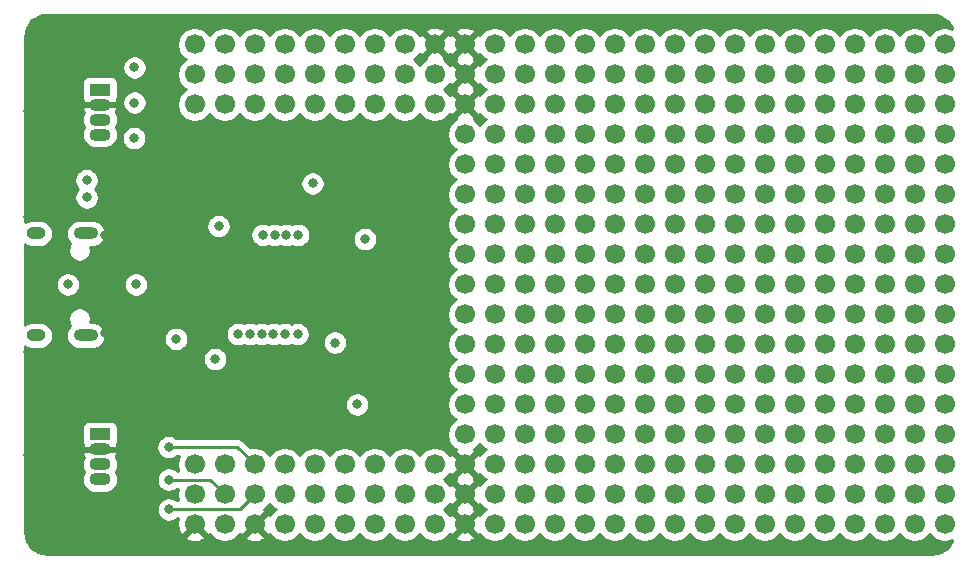
<source format=gbr>
G04 #@! TF.GenerationSoftware,KiCad,Pcbnew,5.1.9-73d0e3b20d~88~ubuntu20.04.1*
G04 #@! TF.CreationDate,2021-05-24T14:30:18+02:00*
G04 #@! TF.ProjectId,krieger,6b726965-6765-4722-9e6b-696361645f70,v2.0*
G04 #@! TF.SameCoordinates,Original*
G04 #@! TF.FileFunction,Copper,L2,Inr*
G04 #@! TF.FilePolarity,Positive*
%FSLAX46Y46*%
G04 Gerber Fmt 4.6, Leading zero omitted, Abs format (unit mm)*
G04 Created by KiCad (PCBNEW 5.1.9-73d0e3b20d~88~ubuntu20.04.1) date 2021-05-24 14:30:18*
%MOMM*%
%LPD*%
G01*
G04 APERTURE LIST*
G04 #@! TA.AperFunction,ComponentPad*
%ADD10C,1.700000*%
G04 #@! TD*
G04 #@! TA.AperFunction,ComponentPad*
%ADD11O,1.600000X1.000000*%
G04 #@! TD*
G04 #@! TA.AperFunction,ComponentPad*
%ADD12O,2.100000X1.000000*%
G04 #@! TD*
G04 #@! TA.AperFunction,ComponentPad*
%ADD13O,1.800000X1.070000*%
G04 #@! TD*
G04 #@! TA.AperFunction,ComponentPad*
%ADD14R,1.800000X1.070000*%
G04 #@! TD*
G04 #@! TA.AperFunction,ViaPad*
%ADD15C,0.800000*%
G04 #@! TD*
G04 #@! TA.AperFunction,Conductor*
%ADD16C,0.250000*%
G04 #@! TD*
G04 #@! TA.AperFunction,Conductor*
%ADD17C,0.254000*%
G04 #@! TD*
G04 #@! TA.AperFunction,Conductor*
%ADD18C,0.100000*%
G04 #@! TD*
G04 APERTURE END LIST*
D10*
X155360000Y-79680000D03*
X152820000Y-79680000D03*
X150280000Y-79680000D03*
X147740000Y-79680000D03*
X145200000Y-79680000D03*
X142660000Y-79680000D03*
X140120000Y-79680000D03*
X137580000Y-79680000D03*
X135040000Y-79680000D03*
X155360000Y-82220000D03*
X152820000Y-82220000D03*
X150280000Y-82220000D03*
X147740000Y-82220000D03*
X145200000Y-82220000D03*
X142660000Y-82220000D03*
X140120000Y-82220000D03*
X137580000Y-82220000D03*
X135040000Y-82220000D03*
X155360000Y-84760000D03*
X152820000Y-84760000D03*
X150280000Y-84760000D03*
X147740000Y-84760000D03*
X145200000Y-84760000D03*
X142660000Y-84760000D03*
X140120000Y-84760000D03*
X137580000Y-84760000D03*
X135040000Y-84760000D03*
X155360000Y-115240000D03*
X152820000Y-115240000D03*
X150280000Y-115240000D03*
X147740000Y-115240000D03*
X145200000Y-115240000D03*
X142660000Y-115240000D03*
X140120000Y-115240000D03*
X137580000Y-115240000D03*
X135040000Y-115240000D03*
X155360000Y-117780000D03*
X152820000Y-117780000D03*
X150280000Y-117780000D03*
X147740000Y-117780000D03*
X145200000Y-117780000D03*
X142660000Y-117780000D03*
X140120000Y-117780000D03*
X137580000Y-117780000D03*
X135040000Y-117780000D03*
X155360000Y-120320000D03*
X152820000Y-120320000D03*
X150280000Y-120320000D03*
X147740000Y-120320000D03*
X145200000Y-120320000D03*
X142660000Y-120320000D03*
X140120000Y-120320000D03*
X137580000Y-120320000D03*
X135040000Y-120320000D03*
X160440000Y-79680000D03*
X160440000Y-82220000D03*
X160440000Y-84760000D03*
X160440000Y-79680000D03*
X160440000Y-84760000D03*
X160440000Y-82220000D03*
X157900000Y-79680000D03*
X157900000Y-84760000D03*
X157900000Y-82220000D03*
X160440000Y-115240000D03*
X160440000Y-117780000D03*
X160440000Y-120320000D03*
X160440000Y-115240000D03*
X160440000Y-120320000D03*
X160440000Y-117780000D03*
X157900000Y-115240000D03*
X157900000Y-120320000D03*
X157900000Y-117780000D03*
X162980000Y-82220000D03*
X162980000Y-84760000D03*
X162980000Y-79680000D03*
X162980000Y-117780000D03*
X162980000Y-120320000D03*
X162980000Y-115240000D03*
X183300000Y-115240000D03*
X183300000Y-117780000D03*
X183300000Y-112700000D03*
X165520000Y-117780000D03*
X165520000Y-120320000D03*
X165520000Y-115240000D03*
X162980000Y-97460000D03*
X165520000Y-97460000D03*
X168060000Y-97460000D03*
X170600000Y-97460000D03*
X173140000Y-97460000D03*
X175680000Y-97460000D03*
X178220000Y-97460000D03*
X180760000Y-97460000D03*
X183300000Y-97460000D03*
X185840000Y-97460000D03*
X188380000Y-97460000D03*
X190920000Y-100000000D03*
X185840000Y-115240000D03*
X162980000Y-87300000D03*
X162980000Y-89840000D03*
X162980000Y-92380000D03*
X162980000Y-94920000D03*
X165520000Y-94920000D03*
X165520000Y-92380000D03*
X165520000Y-89840000D03*
X165520000Y-87300000D03*
X165520000Y-84760000D03*
X165520000Y-120320000D03*
X165520000Y-117780000D03*
X168060000Y-117780000D03*
X168060000Y-120320000D03*
X168060000Y-84760000D03*
X168060000Y-89840000D03*
X168060000Y-87300000D03*
X168060000Y-92380000D03*
X168060000Y-94920000D03*
X170600000Y-94920000D03*
X170600000Y-92380000D03*
X170600000Y-89840000D03*
X170600000Y-87300000D03*
X170600000Y-84760000D03*
X170600000Y-120320000D03*
X170600000Y-117780000D03*
X173140000Y-117780000D03*
X173140000Y-120320000D03*
X173140000Y-84760000D03*
X173140000Y-87300000D03*
X173140000Y-89840000D03*
X173140000Y-92380000D03*
X173140000Y-94920000D03*
X175680000Y-92380000D03*
X175680000Y-89840000D03*
X175680000Y-87300000D03*
X175680000Y-84760000D03*
X175680000Y-120320000D03*
X175680000Y-117780000D03*
X178220000Y-117780000D03*
X178220000Y-120320000D03*
X178220000Y-84760000D03*
X178220000Y-87300000D03*
X178220000Y-89840000D03*
X178220000Y-92380000D03*
X178220000Y-94920000D03*
X175680000Y-94920000D03*
X180760000Y-94920000D03*
X180760000Y-92380000D03*
X180760000Y-89840000D03*
X180760000Y-87300000D03*
X180760000Y-84760000D03*
X180760000Y-120320000D03*
X180760000Y-117780000D03*
X183300000Y-117780000D03*
X183300000Y-120320000D03*
X183300000Y-84760000D03*
X183300000Y-87300000D03*
X183300000Y-89840000D03*
X183300000Y-92380000D03*
X183300000Y-94920000D03*
X185840000Y-94920000D03*
X185840000Y-92380000D03*
X185840000Y-89840000D03*
X185840000Y-87300000D03*
X188380000Y-87300000D03*
X188380000Y-89840000D03*
X188380000Y-92380000D03*
X188380000Y-94920000D03*
X190920000Y-97460000D03*
X190920000Y-94920000D03*
X190920000Y-92380000D03*
X190920000Y-89840000D03*
X190920000Y-87300000D03*
X190920000Y-112700000D03*
X188380000Y-110160000D03*
X185840000Y-110160000D03*
X185840000Y-112700000D03*
X162980000Y-100000000D03*
X165520000Y-100000000D03*
X168060000Y-100000000D03*
X170600000Y-100000000D03*
X173140000Y-100000000D03*
X175680000Y-100000000D03*
X178220000Y-100000000D03*
X180760000Y-100000000D03*
X183300000Y-100000000D03*
X185840000Y-100000000D03*
X188380000Y-100000000D03*
X190920000Y-102540000D03*
X190920000Y-105080000D03*
X190920000Y-107620000D03*
X190920000Y-110160000D03*
X188380000Y-107620000D03*
X185840000Y-107620000D03*
X183300000Y-107620000D03*
X183300000Y-110160000D03*
X183300000Y-112700000D03*
X183300000Y-115240000D03*
X162980000Y-102540000D03*
X165520000Y-102540000D03*
X168060000Y-102540000D03*
X170600000Y-102540000D03*
X173140000Y-102540000D03*
X175680000Y-102540000D03*
X178220000Y-102540000D03*
X180760000Y-102540000D03*
X183300000Y-102540000D03*
X185840000Y-102540000D03*
X188380000Y-102540000D03*
X188380000Y-105080000D03*
X185840000Y-105080000D03*
X183300000Y-105080000D03*
X180760000Y-105080000D03*
X180760000Y-107620000D03*
X180760000Y-110160000D03*
X180760000Y-112700000D03*
X180760000Y-115240000D03*
X178220000Y-115240000D03*
X175680000Y-115240000D03*
X173140000Y-115240000D03*
X170600000Y-115240000D03*
X168060000Y-115240000D03*
X165520000Y-115240000D03*
X162980000Y-107620000D03*
X162980000Y-105080000D03*
X165520000Y-105080000D03*
X168060000Y-105080000D03*
X170600000Y-105080000D03*
X173140000Y-105080000D03*
X175680000Y-105080000D03*
X178220000Y-105080000D03*
X178220000Y-107620000D03*
X178220000Y-110160000D03*
X178220000Y-112700000D03*
X175680000Y-112700000D03*
X173140000Y-112700000D03*
X170600000Y-112700000D03*
X168060000Y-112700000D03*
X165520000Y-112700000D03*
X162980000Y-112700000D03*
X162980000Y-110160000D03*
X165520000Y-110160000D03*
X165520000Y-107620000D03*
X168060000Y-107620000D03*
X170600000Y-107620000D03*
X175680000Y-107620000D03*
X175680000Y-110160000D03*
X173140000Y-110160000D03*
X170600000Y-110160000D03*
X168060000Y-110160000D03*
X173140000Y-107620000D03*
X190920000Y-84760000D03*
X188380000Y-84760000D03*
X185840000Y-84760000D03*
X190920000Y-115240000D03*
X188380000Y-115240000D03*
X188380000Y-112700000D03*
X185840000Y-117780000D03*
X185840000Y-120320000D03*
X160440000Y-102540000D03*
X160440000Y-100000000D03*
X160440000Y-105080000D03*
X160440000Y-112700000D03*
X160440000Y-110160000D03*
X160440000Y-107620000D03*
X160440000Y-87300000D03*
X160440000Y-89840000D03*
X160440000Y-97460000D03*
X160440000Y-92380000D03*
X160440000Y-94920000D03*
X157900000Y-97460000D03*
X157900000Y-94920000D03*
X157900000Y-102540000D03*
X157900000Y-100000000D03*
X157900000Y-89840000D03*
X157900000Y-92380000D03*
X157900000Y-87300000D03*
X157900000Y-110160000D03*
X157900000Y-107620000D03*
X157900000Y-105080000D03*
X157900000Y-112700000D03*
X168060000Y-79680000D03*
X168060000Y-82220000D03*
X170600000Y-82220000D03*
X173140000Y-82220000D03*
X173140000Y-79680000D03*
X170600000Y-79680000D03*
X175680000Y-82220000D03*
X175680000Y-79680000D03*
X178220000Y-82220000D03*
X178220000Y-79680000D03*
X183300000Y-82220000D03*
X180760000Y-82220000D03*
X180760000Y-79680000D03*
X183300000Y-79680000D03*
X185840000Y-82220000D03*
X185840000Y-79680000D03*
X165520000Y-79680000D03*
X165520000Y-79680000D03*
X165520000Y-82220000D03*
X188380000Y-117780000D03*
X188380000Y-120320000D03*
X190920000Y-117780000D03*
X190920000Y-120320000D03*
X188380000Y-79680000D03*
X190920000Y-79680000D03*
X190920000Y-82220000D03*
X188380000Y-82220000D03*
X193460000Y-84760000D03*
X196000000Y-97460000D03*
X198540000Y-100000000D03*
X193460000Y-97460000D03*
X193460000Y-115240000D03*
X198540000Y-110160000D03*
X193460000Y-110160000D03*
X198540000Y-87300000D03*
X193460000Y-120320000D03*
X193460000Y-117780000D03*
X196000000Y-87300000D03*
X198540000Y-117780000D03*
X196000000Y-120320000D03*
X193460000Y-102540000D03*
X193460000Y-79680000D03*
X196000000Y-94920000D03*
X196000000Y-112700000D03*
X196000000Y-115240000D03*
X198540000Y-94920000D03*
X193460000Y-107620000D03*
X193460000Y-105080000D03*
X198540000Y-89840000D03*
X198540000Y-105080000D03*
X193460000Y-112700000D03*
X196000000Y-107620000D03*
X198540000Y-115240000D03*
X198540000Y-112700000D03*
X196000000Y-110160000D03*
X196000000Y-82220000D03*
X196000000Y-79680000D03*
X198540000Y-120320000D03*
X198540000Y-82220000D03*
X198540000Y-79680000D03*
X198540000Y-84760000D03*
X193460000Y-100000000D03*
X196000000Y-84760000D03*
X193460000Y-87300000D03*
X193460000Y-82220000D03*
X193460000Y-94920000D03*
X198540000Y-102540000D03*
X198540000Y-97460000D03*
X193460000Y-89840000D03*
X196000000Y-89840000D03*
X196000000Y-100000000D03*
X196000000Y-105080000D03*
X196000000Y-117780000D03*
X193460000Y-92380000D03*
X198540000Y-107620000D03*
X198540000Y-92380000D03*
X196000000Y-92380000D03*
X196000000Y-102540000D03*
D11*
X121640000Y-104320000D03*
X121640000Y-95680000D03*
D12*
X125820000Y-95680000D03*
X125820000Y-104320000D03*
D13*
X127000000Y-87310000D03*
X127000000Y-86040000D03*
X127000000Y-84770000D03*
D14*
X127000000Y-83500000D03*
X127000000Y-112700000D03*
D13*
X127000000Y-113970000D03*
X127000000Y-115240000D03*
X127000000Y-116510000D03*
D15*
X131430000Y-107699998D03*
X148400000Y-104930000D03*
X133480000Y-103030000D03*
X149450000Y-99820000D03*
X155180000Y-97740000D03*
X155180000Y-96210000D03*
X155240000Y-105580000D03*
X146600000Y-91450000D03*
X138750000Y-95700000D03*
X145250000Y-95700000D03*
X138750000Y-89980000D03*
X136780000Y-109387500D03*
X145260000Y-104300000D03*
X146900000Y-108560000D03*
X137080000Y-91410000D03*
X129789999Y-104630000D03*
X129790000Y-95369990D03*
X197300000Y-77810000D03*
X194730000Y-77820000D03*
X192190000Y-77810000D03*
X189650000Y-77810000D03*
X187120000Y-77810000D03*
X184560000Y-77810000D03*
X182040000Y-77800000D03*
X179500000Y-77800000D03*
X176980000Y-77800000D03*
X174430000Y-77820000D03*
X171870000Y-77800000D03*
X169310000Y-77800000D03*
X166790000Y-77820000D03*
X164240000Y-77810000D03*
X161700000Y-77810000D03*
X159160000Y-77810000D03*
X156650000Y-77800000D03*
X154090000Y-77810000D03*
X151560000Y-77790000D03*
X149020000Y-77800000D03*
X146470000Y-77800000D03*
X143920000Y-77800000D03*
X141390000Y-77800000D03*
X138860000Y-77810000D03*
X136330000Y-77790000D03*
X133640000Y-77810000D03*
X127020000Y-81740000D03*
X130910000Y-90800000D03*
X120960000Y-114410000D03*
X127030000Y-118270000D03*
X141390000Y-122170000D03*
X143930000Y-122170000D03*
X146460000Y-122190000D03*
X149020000Y-122190000D03*
X151540000Y-122190000D03*
X154080000Y-122200000D03*
X156630000Y-122200000D03*
X159190000Y-122200000D03*
X161740000Y-122200000D03*
X164260000Y-122180000D03*
X166800000Y-122160000D03*
X169320000Y-122160000D03*
X171860000Y-122180000D03*
X174430000Y-122180000D03*
X176970000Y-122180000D03*
X179470000Y-122180000D03*
X181910000Y-122180000D03*
X184570000Y-122180000D03*
X187120000Y-122200000D03*
X189650000Y-122200000D03*
X192200000Y-122180000D03*
X194730000Y-122190000D03*
X197290000Y-122190000D03*
X138870000Y-122180000D03*
X136310000Y-122180000D03*
X133750000Y-122180000D03*
X141870000Y-101270000D03*
X141080000Y-98100000D03*
X138080000Y-98800000D03*
X154000000Y-109030000D03*
X153960000Y-90970000D03*
X127460000Y-95850000D03*
X127455034Y-104139161D03*
X127800000Y-111089999D03*
X148800000Y-89830000D03*
X132304990Y-99990000D03*
X121470000Y-77870000D03*
X120960000Y-85310000D03*
X120930000Y-94270000D03*
X120950000Y-105680000D03*
X121360000Y-122040000D03*
X145930000Y-101600001D03*
X124300000Y-100000000D03*
X130070000Y-100000000D03*
X146910000Y-104930000D03*
X149450000Y-96170000D03*
X145020000Y-91450000D03*
X137070000Y-95060000D03*
X136770000Y-106312500D03*
X125890000Y-91170000D03*
X125900000Y-92630000D03*
X133480002Y-104600000D03*
X148800000Y-110160000D03*
X143750000Y-104200000D03*
X142700000Y-104200000D03*
X140800000Y-95800000D03*
X141800000Y-95800000D03*
X142800013Y-95800000D03*
X143800013Y-95800000D03*
X141700000Y-104200000D03*
X140700000Y-104200000D03*
X139700000Y-104200000D03*
X138700000Y-104200000D03*
X129930000Y-81620000D03*
X129930000Y-84610000D03*
X129920000Y-87610000D03*
X132830000Y-113780000D03*
X132860000Y-116530000D03*
X132860004Y-119050008D03*
D16*
X138660000Y-113780000D02*
X132830000Y-113780000D01*
X140120000Y-115240000D02*
X138660000Y-113780000D01*
X137580000Y-117780000D02*
X136330000Y-116530000D01*
X136330000Y-116530000D02*
X132860000Y-116530000D01*
X140120000Y-117780000D02*
X138849992Y-119050008D01*
X138849992Y-119050008D02*
X132860004Y-119050008D01*
D17*
X197851897Y-77222789D02*
X198190393Y-77324987D01*
X198502588Y-77490984D01*
X198776597Y-77714460D01*
X199001980Y-77986902D01*
X199170153Y-78297931D01*
X199182841Y-78338921D01*
X198973158Y-78252068D01*
X198686260Y-78195000D01*
X198393740Y-78195000D01*
X198106842Y-78252068D01*
X197836589Y-78364010D01*
X197593368Y-78526525D01*
X197386525Y-78733368D01*
X197270000Y-78907760D01*
X197153475Y-78733368D01*
X196946632Y-78526525D01*
X196703411Y-78364010D01*
X196433158Y-78252068D01*
X196146260Y-78195000D01*
X195853740Y-78195000D01*
X195566842Y-78252068D01*
X195296589Y-78364010D01*
X195053368Y-78526525D01*
X194846525Y-78733368D01*
X194730000Y-78907760D01*
X194613475Y-78733368D01*
X194406632Y-78526525D01*
X194163411Y-78364010D01*
X193893158Y-78252068D01*
X193606260Y-78195000D01*
X193313740Y-78195000D01*
X193026842Y-78252068D01*
X192756589Y-78364010D01*
X192513368Y-78526525D01*
X192306525Y-78733368D01*
X192190000Y-78907760D01*
X192073475Y-78733368D01*
X191866632Y-78526525D01*
X191623411Y-78364010D01*
X191353158Y-78252068D01*
X191066260Y-78195000D01*
X190773740Y-78195000D01*
X190486842Y-78252068D01*
X190216589Y-78364010D01*
X189973368Y-78526525D01*
X189766525Y-78733368D01*
X189650000Y-78907760D01*
X189533475Y-78733368D01*
X189326632Y-78526525D01*
X189083411Y-78364010D01*
X188813158Y-78252068D01*
X188526260Y-78195000D01*
X188233740Y-78195000D01*
X187946842Y-78252068D01*
X187676589Y-78364010D01*
X187433368Y-78526525D01*
X187226525Y-78733368D01*
X187110000Y-78907760D01*
X186993475Y-78733368D01*
X186786632Y-78526525D01*
X186543411Y-78364010D01*
X186273158Y-78252068D01*
X185986260Y-78195000D01*
X185693740Y-78195000D01*
X185406842Y-78252068D01*
X185136589Y-78364010D01*
X184893368Y-78526525D01*
X184686525Y-78733368D01*
X184570000Y-78907760D01*
X184453475Y-78733368D01*
X184246632Y-78526525D01*
X184003411Y-78364010D01*
X183733158Y-78252068D01*
X183446260Y-78195000D01*
X183153740Y-78195000D01*
X182866842Y-78252068D01*
X182596589Y-78364010D01*
X182353368Y-78526525D01*
X182146525Y-78733368D01*
X182030000Y-78907760D01*
X181913475Y-78733368D01*
X181706632Y-78526525D01*
X181463411Y-78364010D01*
X181193158Y-78252068D01*
X180906260Y-78195000D01*
X180613740Y-78195000D01*
X180326842Y-78252068D01*
X180056589Y-78364010D01*
X179813368Y-78526525D01*
X179606525Y-78733368D01*
X179490000Y-78907760D01*
X179373475Y-78733368D01*
X179166632Y-78526525D01*
X178923411Y-78364010D01*
X178653158Y-78252068D01*
X178366260Y-78195000D01*
X178073740Y-78195000D01*
X177786842Y-78252068D01*
X177516589Y-78364010D01*
X177273368Y-78526525D01*
X177066525Y-78733368D01*
X176950000Y-78907760D01*
X176833475Y-78733368D01*
X176626632Y-78526525D01*
X176383411Y-78364010D01*
X176113158Y-78252068D01*
X175826260Y-78195000D01*
X175533740Y-78195000D01*
X175246842Y-78252068D01*
X174976589Y-78364010D01*
X174733368Y-78526525D01*
X174526525Y-78733368D01*
X174410000Y-78907760D01*
X174293475Y-78733368D01*
X174086632Y-78526525D01*
X173843411Y-78364010D01*
X173573158Y-78252068D01*
X173286260Y-78195000D01*
X172993740Y-78195000D01*
X172706842Y-78252068D01*
X172436589Y-78364010D01*
X172193368Y-78526525D01*
X171986525Y-78733368D01*
X171870000Y-78907760D01*
X171753475Y-78733368D01*
X171546632Y-78526525D01*
X171303411Y-78364010D01*
X171033158Y-78252068D01*
X170746260Y-78195000D01*
X170453740Y-78195000D01*
X170166842Y-78252068D01*
X169896589Y-78364010D01*
X169653368Y-78526525D01*
X169446525Y-78733368D01*
X169330000Y-78907760D01*
X169213475Y-78733368D01*
X169006632Y-78526525D01*
X168763411Y-78364010D01*
X168493158Y-78252068D01*
X168206260Y-78195000D01*
X167913740Y-78195000D01*
X167626842Y-78252068D01*
X167356589Y-78364010D01*
X167113368Y-78526525D01*
X166906525Y-78733368D01*
X166790000Y-78907760D01*
X166673475Y-78733368D01*
X166466632Y-78526525D01*
X166223411Y-78364010D01*
X165953158Y-78252068D01*
X165666260Y-78195000D01*
X165373740Y-78195000D01*
X165086842Y-78252068D01*
X164816589Y-78364010D01*
X164573368Y-78526525D01*
X164366525Y-78733368D01*
X164250000Y-78907760D01*
X164133475Y-78733368D01*
X163926632Y-78526525D01*
X163683411Y-78364010D01*
X163413158Y-78252068D01*
X163126260Y-78195000D01*
X162833740Y-78195000D01*
X162546842Y-78252068D01*
X162276589Y-78364010D01*
X162033368Y-78526525D01*
X161826525Y-78733368D01*
X161710000Y-78907760D01*
X161593475Y-78733368D01*
X161386632Y-78526525D01*
X161143411Y-78364010D01*
X160873158Y-78252068D01*
X160586260Y-78195000D01*
X160293740Y-78195000D01*
X160006842Y-78252068D01*
X159736589Y-78364010D01*
X159493368Y-78526525D01*
X159286525Y-78733368D01*
X159170689Y-78906729D01*
X158928397Y-78831208D01*
X158079605Y-79680000D01*
X158928397Y-80528792D01*
X159170689Y-80453271D01*
X159286525Y-80626632D01*
X159493368Y-80833475D01*
X159667760Y-80950000D01*
X159493368Y-81066525D01*
X159286525Y-81273368D01*
X159170689Y-81446729D01*
X158928397Y-81371208D01*
X158079605Y-82220000D01*
X158928397Y-83068792D01*
X159170689Y-82993271D01*
X159286525Y-83166632D01*
X159493368Y-83373475D01*
X159667760Y-83490000D01*
X159493368Y-83606525D01*
X159286525Y-83813368D01*
X159170689Y-83986729D01*
X158928397Y-83911208D01*
X158079605Y-84760000D01*
X158928397Y-85608792D01*
X159170689Y-85533271D01*
X159286525Y-85706632D01*
X159493368Y-85913475D01*
X159667760Y-86030000D01*
X159493368Y-86146525D01*
X159286525Y-86353368D01*
X159170000Y-86527760D01*
X159053475Y-86353368D01*
X158846632Y-86146525D01*
X158673271Y-86030689D01*
X158748792Y-85788397D01*
X157900000Y-84939605D01*
X157051208Y-85788397D01*
X157126729Y-86030689D01*
X156953368Y-86146525D01*
X156746525Y-86353368D01*
X156584010Y-86596589D01*
X156472068Y-86866842D01*
X156415000Y-87153740D01*
X156415000Y-87446260D01*
X156472068Y-87733158D01*
X156584010Y-88003411D01*
X156746525Y-88246632D01*
X156953368Y-88453475D01*
X157127760Y-88570000D01*
X156953368Y-88686525D01*
X156746525Y-88893368D01*
X156584010Y-89136589D01*
X156472068Y-89406842D01*
X156415000Y-89693740D01*
X156415000Y-89986260D01*
X156472068Y-90273158D01*
X156584010Y-90543411D01*
X156746525Y-90786632D01*
X156953368Y-90993475D01*
X157127760Y-91110000D01*
X156953368Y-91226525D01*
X156746525Y-91433368D01*
X156584010Y-91676589D01*
X156472068Y-91946842D01*
X156415000Y-92233740D01*
X156415000Y-92526260D01*
X156472068Y-92813158D01*
X156584010Y-93083411D01*
X156746525Y-93326632D01*
X156953368Y-93533475D01*
X157127760Y-93650000D01*
X156953368Y-93766525D01*
X156746525Y-93973368D01*
X156584010Y-94216589D01*
X156472068Y-94486842D01*
X156415000Y-94773740D01*
X156415000Y-95066260D01*
X156472068Y-95353158D01*
X156584010Y-95623411D01*
X156746525Y-95866632D01*
X156953368Y-96073475D01*
X157127760Y-96190000D01*
X156953368Y-96306525D01*
X156746525Y-96513368D01*
X156584010Y-96756589D01*
X156472068Y-97026842D01*
X156415000Y-97313740D01*
X156415000Y-97606260D01*
X156472068Y-97893158D01*
X156584010Y-98163411D01*
X156746525Y-98406632D01*
X156953368Y-98613475D01*
X157127760Y-98730000D01*
X156953368Y-98846525D01*
X156746525Y-99053368D01*
X156584010Y-99296589D01*
X156472068Y-99566842D01*
X156415000Y-99853740D01*
X156415000Y-100146260D01*
X156472068Y-100433158D01*
X156584010Y-100703411D01*
X156746525Y-100946632D01*
X156953368Y-101153475D01*
X157127760Y-101270000D01*
X156953368Y-101386525D01*
X156746525Y-101593368D01*
X156584010Y-101836589D01*
X156472068Y-102106842D01*
X156415000Y-102393740D01*
X156415000Y-102686260D01*
X156472068Y-102973158D01*
X156584010Y-103243411D01*
X156746525Y-103486632D01*
X156953368Y-103693475D01*
X157127760Y-103810000D01*
X156953368Y-103926525D01*
X156746525Y-104133368D01*
X156584010Y-104376589D01*
X156472068Y-104646842D01*
X156415000Y-104933740D01*
X156415000Y-105226260D01*
X156472068Y-105513158D01*
X156584010Y-105783411D01*
X156746525Y-106026632D01*
X156953368Y-106233475D01*
X157127760Y-106350000D01*
X156953368Y-106466525D01*
X156746525Y-106673368D01*
X156584010Y-106916589D01*
X156472068Y-107186842D01*
X156415000Y-107473740D01*
X156415000Y-107766260D01*
X156472068Y-108053158D01*
X156584010Y-108323411D01*
X156746525Y-108566632D01*
X156953368Y-108773475D01*
X157127760Y-108890000D01*
X156953368Y-109006525D01*
X156746525Y-109213368D01*
X156584010Y-109456589D01*
X156472068Y-109726842D01*
X156415000Y-110013740D01*
X156415000Y-110306260D01*
X156472068Y-110593158D01*
X156584010Y-110863411D01*
X156746525Y-111106632D01*
X156953368Y-111313475D01*
X157127760Y-111430000D01*
X156953368Y-111546525D01*
X156746525Y-111753368D01*
X156584010Y-111996589D01*
X156472068Y-112266842D01*
X156415000Y-112553740D01*
X156415000Y-112846260D01*
X156472068Y-113133158D01*
X156584010Y-113403411D01*
X156746525Y-113646632D01*
X156953368Y-113853475D01*
X157126729Y-113969311D01*
X157051208Y-114211603D01*
X157900000Y-115060395D01*
X158748792Y-114211603D01*
X158673271Y-113969311D01*
X158846632Y-113853475D01*
X159053475Y-113646632D01*
X159170000Y-113472240D01*
X159286525Y-113646632D01*
X159493368Y-113853475D01*
X159667760Y-113970000D01*
X159493368Y-114086525D01*
X159286525Y-114293368D01*
X159170689Y-114466729D01*
X158928397Y-114391208D01*
X158079605Y-115240000D01*
X158928397Y-116088792D01*
X159170689Y-116013271D01*
X159286525Y-116186632D01*
X159493368Y-116393475D01*
X159667760Y-116510000D01*
X159493368Y-116626525D01*
X159286525Y-116833368D01*
X159170689Y-117006729D01*
X158928397Y-116931208D01*
X158079605Y-117780000D01*
X158928397Y-118628792D01*
X159170689Y-118553271D01*
X159286525Y-118726632D01*
X159493368Y-118933475D01*
X159667760Y-119050000D01*
X159493368Y-119166525D01*
X159286525Y-119373368D01*
X159170689Y-119546729D01*
X158928397Y-119471208D01*
X158079605Y-120320000D01*
X158928397Y-121168792D01*
X159170689Y-121093271D01*
X159286525Y-121266632D01*
X159493368Y-121473475D01*
X159736589Y-121635990D01*
X160006842Y-121747932D01*
X160293740Y-121805000D01*
X160586260Y-121805000D01*
X160873158Y-121747932D01*
X161143411Y-121635990D01*
X161386632Y-121473475D01*
X161593475Y-121266632D01*
X161710000Y-121092240D01*
X161826525Y-121266632D01*
X162033368Y-121473475D01*
X162276589Y-121635990D01*
X162546842Y-121747932D01*
X162833740Y-121805000D01*
X163126260Y-121805000D01*
X163413158Y-121747932D01*
X163683411Y-121635990D01*
X163926632Y-121473475D01*
X164133475Y-121266632D01*
X164250000Y-121092240D01*
X164366525Y-121266632D01*
X164573368Y-121473475D01*
X164816589Y-121635990D01*
X165086842Y-121747932D01*
X165373740Y-121805000D01*
X165666260Y-121805000D01*
X165953158Y-121747932D01*
X166223411Y-121635990D01*
X166466632Y-121473475D01*
X166673475Y-121266632D01*
X166790000Y-121092240D01*
X166906525Y-121266632D01*
X167113368Y-121473475D01*
X167356589Y-121635990D01*
X167626842Y-121747932D01*
X167913740Y-121805000D01*
X168206260Y-121805000D01*
X168493158Y-121747932D01*
X168763411Y-121635990D01*
X169006632Y-121473475D01*
X169213475Y-121266632D01*
X169330000Y-121092240D01*
X169446525Y-121266632D01*
X169653368Y-121473475D01*
X169896589Y-121635990D01*
X170166842Y-121747932D01*
X170453740Y-121805000D01*
X170746260Y-121805000D01*
X171033158Y-121747932D01*
X171303411Y-121635990D01*
X171546632Y-121473475D01*
X171753475Y-121266632D01*
X171870000Y-121092240D01*
X171986525Y-121266632D01*
X172193368Y-121473475D01*
X172436589Y-121635990D01*
X172706842Y-121747932D01*
X172993740Y-121805000D01*
X173286260Y-121805000D01*
X173573158Y-121747932D01*
X173843411Y-121635990D01*
X174086632Y-121473475D01*
X174293475Y-121266632D01*
X174410000Y-121092240D01*
X174526525Y-121266632D01*
X174733368Y-121473475D01*
X174976589Y-121635990D01*
X175246842Y-121747932D01*
X175533740Y-121805000D01*
X175826260Y-121805000D01*
X176113158Y-121747932D01*
X176383411Y-121635990D01*
X176626632Y-121473475D01*
X176833475Y-121266632D01*
X176950000Y-121092240D01*
X177066525Y-121266632D01*
X177273368Y-121473475D01*
X177516589Y-121635990D01*
X177786842Y-121747932D01*
X178073740Y-121805000D01*
X178366260Y-121805000D01*
X178653158Y-121747932D01*
X178923411Y-121635990D01*
X179166632Y-121473475D01*
X179373475Y-121266632D01*
X179490000Y-121092240D01*
X179606525Y-121266632D01*
X179813368Y-121473475D01*
X180056589Y-121635990D01*
X180326842Y-121747932D01*
X180613740Y-121805000D01*
X180906260Y-121805000D01*
X181193158Y-121747932D01*
X181463411Y-121635990D01*
X181706632Y-121473475D01*
X181913475Y-121266632D01*
X182030000Y-121092240D01*
X182146525Y-121266632D01*
X182353368Y-121473475D01*
X182596589Y-121635990D01*
X182866842Y-121747932D01*
X183153740Y-121805000D01*
X183446260Y-121805000D01*
X183733158Y-121747932D01*
X184003411Y-121635990D01*
X184246632Y-121473475D01*
X184453475Y-121266632D01*
X184570000Y-121092240D01*
X184686525Y-121266632D01*
X184893368Y-121473475D01*
X185136589Y-121635990D01*
X185406842Y-121747932D01*
X185693740Y-121805000D01*
X185986260Y-121805000D01*
X186273158Y-121747932D01*
X186543411Y-121635990D01*
X186786632Y-121473475D01*
X186993475Y-121266632D01*
X187110000Y-121092240D01*
X187226525Y-121266632D01*
X187433368Y-121473475D01*
X187676589Y-121635990D01*
X187946842Y-121747932D01*
X188233740Y-121805000D01*
X188526260Y-121805000D01*
X188813158Y-121747932D01*
X189083411Y-121635990D01*
X189326632Y-121473475D01*
X189533475Y-121266632D01*
X189650000Y-121092240D01*
X189766525Y-121266632D01*
X189973368Y-121473475D01*
X190216589Y-121635990D01*
X190486842Y-121747932D01*
X190773740Y-121805000D01*
X191066260Y-121805000D01*
X191353158Y-121747932D01*
X191623411Y-121635990D01*
X191866632Y-121473475D01*
X192073475Y-121266632D01*
X192190000Y-121092240D01*
X192306525Y-121266632D01*
X192513368Y-121473475D01*
X192756589Y-121635990D01*
X193026842Y-121747932D01*
X193313740Y-121805000D01*
X193606260Y-121805000D01*
X193893158Y-121747932D01*
X194163411Y-121635990D01*
X194406632Y-121473475D01*
X194613475Y-121266632D01*
X194730000Y-121092240D01*
X194846525Y-121266632D01*
X195053368Y-121473475D01*
X195296589Y-121635990D01*
X195566842Y-121747932D01*
X195853740Y-121805000D01*
X196146260Y-121805000D01*
X196433158Y-121747932D01*
X196703411Y-121635990D01*
X196946632Y-121473475D01*
X197153475Y-121266632D01*
X197270000Y-121092240D01*
X197386525Y-121266632D01*
X197593368Y-121473475D01*
X197836589Y-121635990D01*
X198106842Y-121747932D01*
X198393740Y-121805000D01*
X198686260Y-121805000D01*
X198973158Y-121747932D01*
X199184010Y-121660595D01*
X199175013Y-121690392D01*
X199009016Y-122002588D01*
X198785539Y-122276599D01*
X198513098Y-122501980D01*
X198202069Y-122670153D01*
X197864296Y-122774711D01*
X197480977Y-122815000D01*
X122533505Y-122815000D01*
X122148103Y-122777211D01*
X121809608Y-122675013D01*
X121497412Y-122509016D01*
X121223401Y-122285539D01*
X120998020Y-122013098D01*
X120829847Y-121702069D01*
X120725289Y-121364296D01*
X120723618Y-121348397D01*
X134191208Y-121348397D01*
X134268843Y-121597472D01*
X134532883Y-121723371D01*
X134816411Y-121795339D01*
X135108531Y-121810611D01*
X135398019Y-121768599D01*
X135673747Y-121670919D01*
X135811157Y-121597472D01*
X135888792Y-121348397D01*
X135040000Y-120499605D01*
X134191208Y-121348397D01*
X120723618Y-121348397D01*
X120685000Y-120980977D01*
X120685000Y-115240000D01*
X125459339Y-115240000D01*
X125481929Y-115469360D01*
X125548831Y-115689906D01*
X125647766Y-115875000D01*
X125548831Y-116060094D01*
X125481929Y-116280640D01*
X125459339Y-116510000D01*
X125481929Y-116739360D01*
X125548831Y-116959906D01*
X125657474Y-117163162D01*
X125803682Y-117341318D01*
X125981838Y-117487526D01*
X126185094Y-117596169D01*
X126405640Y-117663071D01*
X126577523Y-117680000D01*
X127422477Y-117680000D01*
X127594360Y-117663071D01*
X127814906Y-117596169D01*
X128018162Y-117487526D01*
X128196318Y-117341318D01*
X128342526Y-117163162D01*
X128451169Y-116959906D01*
X128518071Y-116739360D01*
X128540661Y-116510000D01*
X128518071Y-116280640D01*
X128451169Y-116060094D01*
X128352234Y-115875000D01*
X128451169Y-115689906D01*
X128518071Y-115469360D01*
X128540661Y-115240000D01*
X128518071Y-115010640D01*
X128451169Y-114790094D01*
X128350846Y-114602404D01*
X128408377Y-114514421D01*
X128493900Y-114277383D01*
X128368244Y-114097000D01*
X127627560Y-114097000D01*
X127594360Y-114086929D01*
X127422477Y-114070000D01*
X126577523Y-114070000D01*
X126405640Y-114086929D01*
X126372440Y-114097000D01*
X125631756Y-114097000D01*
X125506100Y-114277383D01*
X125591623Y-114514421D01*
X125649154Y-114602404D01*
X125548831Y-114790094D01*
X125481929Y-115010640D01*
X125459339Y-115240000D01*
X120685000Y-115240000D01*
X120685000Y-112165000D01*
X125461928Y-112165000D01*
X125461928Y-113235000D01*
X125474188Y-113359482D01*
X125510498Y-113479180D01*
X125547385Y-113548190D01*
X125506100Y-113662617D01*
X125631756Y-113843000D01*
X125916800Y-113843000D01*
X125975518Y-113860812D01*
X126100000Y-113873072D01*
X127900000Y-113873072D01*
X128024482Y-113860812D01*
X128083200Y-113843000D01*
X128368244Y-113843000D01*
X128483141Y-113678061D01*
X131795000Y-113678061D01*
X131795000Y-113881939D01*
X131834774Y-114081898D01*
X131912795Y-114270256D01*
X132026063Y-114439774D01*
X132170226Y-114583937D01*
X132339744Y-114697205D01*
X132528102Y-114775226D01*
X132728061Y-114815000D01*
X132931939Y-114815000D01*
X133131898Y-114775226D01*
X133320256Y-114697205D01*
X133489774Y-114583937D01*
X133533711Y-114540000D01*
X133722597Y-114540000D01*
X133612068Y-114806842D01*
X133555000Y-115093740D01*
X133555000Y-115386260D01*
X133612068Y-115673158D01*
X133652181Y-115770000D01*
X133563711Y-115770000D01*
X133519774Y-115726063D01*
X133350256Y-115612795D01*
X133161898Y-115534774D01*
X132961939Y-115495000D01*
X132758061Y-115495000D01*
X132558102Y-115534774D01*
X132369744Y-115612795D01*
X132200226Y-115726063D01*
X132056063Y-115870226D01*
X131942795Y-116039744D01*
X131864774Y-116228102D01*
X131825000Y-116428061D01*
X131825000Y-116631939D01*
X131864774Y-116831898D01*
X131942795Y-117020256D01*
X132056063Y-117189774D01*
X132200226Y-117333937D01*
X132369744Y-117447205D01*
X132558102Y-117525226D01*
X132758061Y-117565000D01*
X132961939Y-117565000D01*
X133161898Y-117525226D01*
X133350256Y-117447205D01*
X133519774Y-117333937D01*
X133563711Y-117290000D01*
X133635613Y-117290000D01*
X133612068Y-117346842D01*
X133555000Y-117633740D01*
X133555000Y-117926260D01*
X133612068Y-118213158D01*
X133643900Y-118290008D01*
X133563715Y-118290008D01*
X133519778Y-118246071D01*
X133350260Y-118132803D01*
X133161902Y-118054782D01*
X132961943Y-118015008D01*
X132758065Y-118015008D01*
X132558106Y-118054782D01*
X132369748Y-118132803D01*
X132200230Y-118246071D01*
X132056067Y-118390234D01*
X131942799Y-118559752D01*
X131864778Y-118748110D01*
X131825004Y-118948069D01*
X131825004Y-119151947D01*
X131864778Y-119351906D01*
X131942799Y-119540264D01*
X132056067Y-119709782D01*
X132200230Y-119853945D01*
X132369748Y-119967213D01*
X132558106Y-120045234D01*
X132758065Y-120085008D01*
X132961943Y-120085008D01*
X133161902Y-120045234D01*
X133350260Y-119967213D01*
X133519778Y-119853945D01*
X133563715Y-119810008D01*
X133638000Y-119810008D01*
X133636629Y-119812883D01*
X133564661Y-120096411D01*
X133549389Y-120388531D01*
X133591401Y-120678019D01*
X133689081Y-120953747D01*
X133762528Y-121091157D01*
X134011603Y-121168792D01*
X134860395Y-120320000D01*
X134846253Y-120305858D01*
X135025858Y-120126253D01*
X135040000Y-120140395D01*
X135054143Y-120126253D01*
X135233748Y-120305858D01*
X135219605Y-120320000D01*
X136068397Y-121168792D01*
X136310689Y-121093271D01*
X136426525Y-121266632D01*
X136633368Y-121473475D01*
X136876589Y-121635990D01*
X137146842Y-121747932D01*
X137433740Y-121805000D01*
X137726260Y-121805000D01*
X138013158Y-121747932D01*
X138283411Y-121635990D01*
X138526632Y-121473475D01*
X138651710Y-121348397D01*
X139271208Y-121348397D01*
X139348843Y-121597472D01*
X139612883Y-121723371D01*
X139896411Y-121795339D01*
X140188531Y-121810611D01*
X140478019Y-121768599D01*
X140753747Y-121670919D01*
X140891157Y-121597472D01*
X140968792Y-121348397D01*
X140120000Y-120499605D01*
X139271208Y-121348397D01*
X138651710Y-121348397D01*
X138733475Y-121266632D01*
X138849311Y-121093271D01*
X139091603Y-121168792D01*
X139940395Y-120320000D01*
X139926253Y-120305858D01*
X140105858Y-120126253D01*
X140120000Y-120140395D01*
X140968792Y-119291603D01*
X140893271Y-119049311D01*
X141066632Y-118933475D01*
X141273475Y-118726632D01*
X141390000Y-118552240D01*
X141506525Y-118726632D01*
X141713368Y-118933475D01*
X141887760Y-119050000D01*
X141713368Y-119166525D01*
X141506525Y-119373368D01*
X141390689Y-119546729D01*
X141148397Y-119471208D01*
X140299605Y-120320000D01*
X141148397Y-121168792D01*
X141390689Y-121093271D01*
X141506525Y-121266632D01*
X141713368Y-121473475D01*
X141956589Y-121635990D01*
X142226842Y-121747932D01*
X142513740Y-121805000D01*
X142806260Y-121805000D01*
X143093158Y-121747932D01*
X143363411Y-121635990D01*
X143606632Y-121473475D01*
X143813475Y-121266632D01*
X143930000Y-121092240D01*
X144046525Y-121266632D01*
X144253368Y-121473475D01*
X144496589Y-121635990D01*
X144766842Y-121747932D01*
X145053740Y-121805000D01*
X145346260Y-121805000D01*
X145633158Y-121747932D01*
X145903411Y-121635990D01*
X146146632Y-121473475D01*
X146353475Y-121266632D01*
X146470000Y-121092240D01*
X146586525Y-121266632D01*
X146793368Y-121473475D01*
X147036589Y-121635990D01*
X147306842Y-121747932D01*
X147593740Y-121805000D01*
X147886260Y-121805000D01*
X148173158Y-121747932D01*
X148443411Y-121635990D01*
X148686632Y-121473475D01*
X148893475Y-121266632D01*
X149010000Y-121092240D01*
X149126525Y-121266632D01*
X149333368Y-121473475D01*
X149576589Y-121635990D01*
X149846842Y-121747932D01*
X150133740Y-121805000D01*
X150426260Y-121805000D01*
X150713158Y-121747932D01*
X150983411Y-121635990D01*
X151226632Y-121473475D01*
X151433475Y-121266632D01*
X151550000Y-121092240D01*
X151666525Y-121266632D01*
X151873368Y-121473475D01*
X152116589Y-121635990D01*
X152386842Y-121747932D01*
X152673740Y-121805000D01*
X152966260Y-121805000D01*
X153253158Y-121747932D01*
X153523411Y-121635990D01*
X153766632Y-121473475D01*
X153973475Y-121266632D01*
X154090000Y-121092240D01*
X154206525Y-121266632D01*
X154413368Y-121473475D01*
X154656589Y-121635990D01*
X154926842Y-121747932D01*
X155213740Y-121805000D01*
X155506260Y-121805000D01*
X155793158Y-121747932D01*
X156063411Y-121635990D01*
X156306632Y-121473475D01*
X156431710Y-121348397D01*
X157051208Y-121348397D01*
X157128843Y-121597472D01*
X157392883Y-121723371D01*
X157676411Y-121795339D01*
X157968531Y-121810611D01*
X158258019Y-121768599D01*
X158533747Y-121670919D01*
X158671157Y-121597472D01*
X158748792Y-121348397D01*
X157900000Y-120499605D01*
X157051208Y-121348397D01*
X156431710Y-121348397D01*
X156513475Y-121266632D01*
X156629311Y-121093271D01*
X156871603Y-121168792D01*
X157720395Y-120320000D01*
X156871603Y-119471208D01*
X156629311Y-119546729D01*
X156513475Y-119373368D01*
X156306632Y-119166525D01*
X156132240Y-119050000D01*
X156306632Y-118933475D01*
X156431710Y-118808397D01*
X157051208Y-118808397D01*
X157126514Y-119050000D01*
X157051208Y-119291603D01*
X157900000Y-120140395D01*
X158748792Y-119291603D01*
X158673486Y-119050000D01*
X158748792Y-118808397D01*
X157900000Y-117959605D01*
X157051208Y-118808397D01*
X156431710Y-118808397D01*
X156513475Y-118726632D01*
X156629311Y-118553271D01*
X156871603Y-118628792D01*
X157720395Y-117780000D01*
X156871603Y-116931208D01*
X156629311Y-117006729D01*
X156513475Y-116833368D01*
X156306632Y-116626525D01*
X156132240Y-116510000D01*
X156306632Y-116393475D01*
X156431710Y-116268397D01*
X157051208Y-116268397D01*
X157126514Y-116510000D01*
X157051208Y-116751603D01*
X157900000Y-117600395D01*
X158748792Y-116751603D01*
X158673486Y-116510000D01*
X158748792Y-116268397D01*
X157900000Y-115419605D01*
X157051208Y-116268397D01*
X156431710Y-116268397D01*
X156513475Y-116186632D01*
X156629311Y-116013271D01*
X156871603Y-116088792D01*
X157720395Y-115240000D01*
X156871603Y-114391208D01*
X156629311Y-114466729D01*
X156513475Y-114293368D01*
X156306632Y-114086525D01*
X156063411Y-113924010D01*
X155793158Y-113812068D01*
X155506260Y-113755000D01*
X155213740Y-113755000D01*
X154926842Y-113812068D01*
X154656589Y-113924010D01*
X154413368Y-114086525D01*
X154206525Y-114293368D01*
X154090000Y-114467760D01*
X153973475Y-114293368D01*
X153766632Y-114086525D01*
X153523411Y-113924010D01*
X153253158Y-113812068D01*
X152966260Y-113755000D01*
X152673740Y-113755000D01*
X152386842Y-113812068D01*
X152116589Y-113924010D01*
X151873368Y-114086525D01*
X151666525Y-114293368D01*
X151550000Y-114467760D01*
X151433475Y-114293368D01*
X151226632Y-114086525D01*
X150983411Y-113924010D01*
X150713158Y-113812068D01*
X150426260Y-113755000D01*
X150133740Y-113755000D01*
X149846842Y-113812068D01*
X149576589Y-113924010D01*
X149333368Y-114086525D01*
X149126525Y-114293368D01*
X149010000Y-114467760D01*
X148893475Y-114293368D01*
X148686632Y-114086525D01*
X148443411Y-113924010D01*
X148173158Y-113812068D01*
X147886260Y-113755000D01*
X147593740Y-113755000D01*
X147306842Y-113812068D01*
X147036589Y-113924010D01*
X146793368Y-114086525D01*
X146586525Y-114293368D01*
X146470000Y-114467760D01*
X146353475Y-114293368D01*
X146146632Y-114086525D01*
X145903411Y-113924010D01*
X145633158Y-113812068D01*
X145346260Y-113755000D01*
X145053740Y-113755000D01*
X144766842Y-113812068D01*
X144496589Y-113924010D01*
X144253368Y-114086525D01*
X144046525Y-114293368D01*
X143930000Y-114467760D01*
X143813475Y-114293368D01*
X143606632Y-114086525D01*
X143363411Y-113924010D01*
X143093158Y-113812068D01*
X142806260Y-113755000D01*
X142513740Y-113755000D01*
X142226842Y-113812068D01*
X141956589Y-113924010D01*
X141713368Y-114086525D01*
X141506525Y-114293368D01*
X141390000Y-114467760D01*
X141273475Y-114293368D01*
X141066632Y-114086525D01*
X140823411Y-113924010D01*
X140553158Y-113812068D01*
X140266260Y-113755000D01*
X139973740Y-113755000D01*
X139753592Y-113798791D01*
X139223804Y-113269003D01*
X139200001Y-113239999D01*
X139084276Y-113145026D01*
X138952247Y-113074454D01*
X138808986Y-113030997D01*
X138697333Y-113020000D01*
X138697322Y-113020000D01*
X138660000Y-113016324D01*
X138622678Y-113020000D01*
X133533711Y-113020000D01*
X133489774Y-112976063D01*
X133320256Y-112862795D01*
X133131898Y-112784774D01*
X132931939Y-112745000D01*
X132728061Y-112745000D01*
X132528102Y-112784774D01*
X132339744Y-112862795D01*
X132170226Y-112976063D01*
X132026063Y-113120226D01*
X131912795Y-113289744D01*
X131834774Y-113478102D01*
X131795000Y-113678061D01*
X128483141Y-113678061D01*
X128493900Y-113662617D01*
X128452615Y-113548190D01*
X128489502Y-113479180D01*
X128525812Y-113359482D01*
X128538072Y-113235000D01*
X128538072Y-112165000D01*
X128525812Y-112040518D01*
X128489502Y-111920820D01*
X128430537Y-111810506D01*
X128351185Y-111713815D01*
X128254494Y-111634463D01*
X128144180Y-111575498D01*
X128024482Y-111539188D01*
X127900000Y-111526928D01*
X126100000Y-111526928D01*
X125975518Y-111539188D01*
X125855820Y-111575498D01*
X125745506Y-111634463D01*
X125648815Y-111713815D01*
X125569463Y-111810506D01*
X125510498Y-111920820D01*
X125474188Y-112040518D01*
X125461928Y-112165000D01*
X120685000Y-112165000D01*
X120685000Y-110058061D01*
X147765000Y-110058061D01*
X147765000Y-110261939D01*
X147804774Y-110461898D01*
X147882795Y-110650256D01*
X147996063Y-110819774D01*
X148140226Y-110963937D01*
X148309744Y-111077205D01*
X148498102Y-111155226D01*
X148698061Y-111195000D01*
X148901939Y-111195000D01*
X149101898Y-111155226D01*
X149290256Y-111077205D01*
X149459774Y-110963937D01*
X149603937Y-110819774D01*
X149717205Y-110650256D01*
X149795226Y-110461898D01*
X149835000Y-110261939D01*
X149835000Y-110058061D01*
X149795226Y-109858102D01*
X149717205Y-109669744D01*
X149603937Y-109500226D01*
X149459774Y-109356063D01*
X149290256Y-109242795D01*
X149101898Y-109164774D01*
X148901939Y-109125000D01*
X148698061Y-109125000D01*
X148498102Y-109164774D01*
X148309744Y-109242795D01*
X148140226Y-109356063D01*
X147996063Y-109500226D01*
X147882795Y-109669744D01*
X147804774Y-109858102D01*
X147765000Y-110058061D01*
X120685000Y-110058061D01*
X120685000Y-106210561D01*
X135735000Y-106210561D01*
X135735000Y-106414439D01*
X135774774Y-106614398D01*
X135852795Y-106802756D01*
X135966063Y-106972274D01*
X136110226Y-107116437D01*
X136279744Y-107229705D01*
X136468102Y-107307726D01*
X136668061Y-107347500D01*
X136871939Y-107347500D01*
X137071898Y-107307726D01*
X137260256Y-107229705D01*
X137429774Y-107116437D01*
X137573937Y-106972274D01*
X137687205Y-106802756D01*
X137765226Y-106614398D01*
X137805000Y-106414439D01*
X137805000Y-106210561D01*
X137765226Y-106010602D01*
X137687205Y-105822244D01*
X137573937Y-105652726D01*
X137429774Y-105508563D01*
X137260256Y-105395295D01*
X137071898Y-105317274D01*
X136871939Y-105277500D01*
X136668061Y-105277500D01*
X136468102Y-105317274D01*
X136279744Y-105395295D01*
X136110226Y-105508563D01*
X135966063Y-105652726D01*
X135852795Y-105822244D01*
X135774774Y-106010602D01*
X135735000Y-106210561D01*
X120685000Y-106210561D01*
X120685000Y-105250740D01*
X120706377Y-105268284D01*
X120903553Y-105373676D01*
X121117501Y-105438577D01*
X121284248Y-105455000D01*
X121995752Y-105455000D01*
X122162499Y-105438577D01*
X122376447Y-105373676D01*
X122573623Y-105268284D01*
X122746449Y-105126449D01*
X122888284Y-104953623D01*
X122993676Y-104756447D01*
X123058577Y-104542499D01*
X123080491Y-104320000D01*
X124129509Y-104320000D01*
X124151423Y-104542499D01*
X124216324Y-104756447D01*
X124321716Y-104953623D01*
X124463551Y-105126449D01*
X124636377Y-105268284D01*
X124833553Y-105373676D01*
X125047501Y-105438577D01*
X125214248Y-105455000D01*
X126425752Y-105455000D01*
X126592499Y-105438577D01*
X126806447Y-105373676D01*
X127003623Y-105268284D01*
X127176449Y-105126449D01*
X127318284Y-104953623D01*
X127423676Y-104756447D01*
X127488577Y-104542499D01*
X127492953Y-104498061D01*
X132445002Y-104498061D01*
X132445002Y-104701939D01*
X132484776Y-104901898D01*
X132562797Y-105090256D01*
X132676065Y-105259774D01*
X132820228Y-105403937D01*
X132989746Y-105517205D01*
X133178104Y-105595226D01*
X133378063Y-105635000D01*
X133581941Y-105635000D01*
X133781900Y-105595226D01*
X133970258Y-105517205D01*
X134139776Y-105403937D01*
X134283939Y-105259774D01*
X134397207Y-105090256D01*
X134475228Y-104901898D01*
X134515002Y-104701939D01*
X134515002Y-104498061D01*
X134475228Y-104298102D01*
X134397207Y-104109744D01*
X134389401Y-104098061D01*
X137665000Y-104098061D01*
X137665000Y-104301939D01*
X137704774Y-104501898D01*
X137782795Y-104690256D01*
X137896063Y-104859774D01*
X138040226Y-105003937D01*
X138209744Y-105117205D01*
X138398102Y-105195226D01*
X138598061Y-105235000D01*
X138801939Y-105235000D01*
X139001898Y-105195226D01*
X139190256Y-105117205D01*
X139200000Y-105110694D01*
X139209744Y-105117205D01*
X139398102Y-105195226D01*
X139598061Y-105235000D01*
X139801939Y-105235000D01*
X140001898Y-105195226D01*
X140190256Y-105117205D01*
X140200000Y-105110694D01*
X140209744Y-105117205D01*
X140398102Y-105195226D01*
X140598061Y-105235000D01*
X140801939Y-105235000D01*
X141001898Y-105195226D01*
X141190256Y-105117205D01*
X141200000Y-105110694D01*
X141209744Y-105117205D01*
X141398102Y-105195226D01*
X141598061Y-105235000D01*
X141801939Y-105235000D01*
X142001898Y-105195226D01*
X142190256Y-105117205D01*
X142200000Y-105110694D01*
X142209744Y-105117205D01*
X142398102Y-105195226D01*
X142598061Y-105235000D01*
X142801939Y-105235000D01*
X143001898Y-105195226D01*
X143190256Y-105117205D01*
X143225000Y-105093990D01*
X143259744Y-105117205D01*
X143448102Y-105195226D01*
X143648061Y-105235000D01*
X143851939Y-105235000D01*
X144051898Y-105195226D01*
X144240256Y-105117205D01*
X144409774Y-105003937D01*
X144553937Y-104859774D01*
X144575126Y-104828061D01*
X145875000Y-104828061D01*
X145875000Y-105031939D01*
X145914774Y-105231898D01*
X145992795Y-105420256D01*
X146106063Y-105589774D01*
X146250226Y-105733937D01*
X146419744Y-105847205D01*
X146608102Y-105925226D01*
X146808061Y-105965000D01*
X147011939Y-105965000D01*
X147211898Y-105925226D01*
X147400256Y-105847205D01*
X147569774Y-105733937D01*
X147713937Y-105589774D01*
X147827205Y-105420256D01*
X147905226Y-105231898D01*
X147945000Y-105031939D01*
X147945000Y-104828061D01*
X147905226Y-104628102D01*
X147827205Y-104439744D01*
X147713937Y-104270226D01*
X147569774Y-104126063D01*
X147400256Y-104012795D01*
X147211898Y-103934774D01*
X147011939Y-103895000D01*
X146808061Y-103895000D01*
X146608102Y-103934774D01*
X146419744Y-104012795D01*
X146250226Y-104126063D01*
X146106063Y-104270226D01*
X145992795Y-104439744D01*
X145914774Y-104628102D01*
X145875000Y-104828061D01*
X144575126Y-104828061D01*
X144667205Y-104690256D01*
X144745226Y-104501898D01*
X144785000Y-104301939D01*
X144785000Y-104098061D01*
X144745226Y-103898102D01*
X144667205Y-103709744D01*
X144553937Y-103540226D01*
X144409774Y-103396063D01*
X144240256Y-103282795D01*
X144051898Y-103204774D01*
X143851939Y-103165000D01*
X143648061Y-103165000D01*
X143448102Y-103204774D01*
X143259744Y-103282795D01*
X143225000Y-103306010D01*
X143190256Y-103282795D01*
X143001898Y-103204774D01*
X142801939Y-103165000D01*
X142598061Y-103165000D01*
X142398102Y-103204774D01*
X142209744Y-103282795D01*
X142200000Y-103289306D01*
X142190256Y-103282795D01*
X142001898Y-103204774D01*
X141801939Y-103165000D01*
X141598061Y-103165000D01*
X141398102Y-103204774D01*
X141209744Y-103282795D01*
X141200000Y-103289306D01*
X141190256Y-103282795D01*
X141001898Y-103204774D01*
X140801939Y-103165000D01*
X140598061Y-103165000D01*
X140398102Y-103204774D01*
X140209744Y-103282795D01*
X140200000Y-103289306D01*
X140190256Y-103282795D01*
X140001898Y-103204774D01*
X139801939Y-103165000D01*
X139598061Y-103165000D01*
X139398102Y-103204774D01*
X139209744Y-103282795D01*
X139200000Y-103289306D01*
X139190256Y-103282795D01*
X139001898Y-103204774D01*
X138801939Y-103165000D01*
X138598061Y-103165000D01*
X138398102Y-103204774D01*
X138209744Y-103282795D01*
X138040226Y-103396063D01*
X137896063Y-103540226D01*
X137782795Y-103709744D01*
X137704774Y-103898102D01*
X137665000Y-104098061D01*
X134389401Y-104098061D01*
X134283939Y-103940226D01*
X134139776Y-103796063D01*
X133970258Y-103682795D01*
X133781900Y-103604774D01*
X133581941Y-103565000D01*
X133378063Y-103565000D01*
X133178104Y-103604774D01*
X132989746Y-103682795D01*
X132820228Y-103796063D01*
X132676065Y-103940226D01*
X132562797Y-104109744D01*
X132484776Y-104298102D01*
X132445002Y-104498061D01*
X127492953Y-104498061D01*
X127510491Y-104320000D01*
X127488577Y-104097501D01*
X127423676Y-103883553D01*
X127318284Y-103686377D01*
X127176449Y-103513551D01*
X127003623Y-103371716D01*
X126806447Y-103266324D01*
X126592499Y-103201423D01*
X126425752Y-103185000D01*
X126206904Y-103185000D01*
X126213108Y-103170022D01*
X126250000Y-102984552D01*
X126250000Y-102795448D01*
X126213108Y-102609978D01*
X126140741Y-102435269D01*
X126035681Y-102278036D01*
X125901964Y-102144319D01*
X125744731Y-102039259D01*
X125570022Y-101966892D01*
X125384552Y-101930000D01*
X125195448Y-101930000D01*
X125009978Y-101966892D01*
X124835269Y-102039259D01*
X124678036Y-102144319D01*
X124544319Y-102278036D01*
X124439259Y-102435269D01*
X124366892Y-102609978D01*
X124330000Y-102795448D01*
X124330000Y-102984552D01*
X124366892Y-103170022D01*
X124439259Y-103344731D01*
X124520715Y-103466638D01*
X124463551Y-103513551D01*
X124321716Y-103686377D01*
X124216324Y-103883553D01*
X124151423Y-104097501D01*
X124129509Y-104320000D01*
X123080491Y-104320000D01*
X123058577Y-104097501D01*
X122993676Y-103883553D01*
X122888284Y-103686377D01*
X122746449Y-103513551D01*
X122573623Y-103371716D01*
X122376447Y-103266324D01*
X122162499Y-103201423D01*
X121995752Y-103185000D01*
X121284248Y-103185000D01*
X121117501Y-103201423D01*
X120903553Y-103266324D01*
X120706377Y-103371716D01*
X120685000Y-103389260D01*
X120685000Y-99898061D01*
X123265000Y-99898061D01*
X123265000Y-100101939D01*
X123304774Y-100301898D01*
X123382795Y-100490256D01*
X123496063Y-100659774D01*
X123640226Y-100803937D01*
X123809744Y-100917205D01*
X123998102Y-100995226D01*
X124198061Y-101035000D01*
X124401939Y-101035000D01*
X124601898Y-100995226D01*
X124790256Y-100917205D01*
X124959774Y-100803937D01*
X125103937Y-100659774D01*
X125217205Y-100490256D01*
X125295226Y-100301898D01*
X125335000Y-100101939D01*
X125335000Y-99898061D01*
X129035000Y-99898061D01*
X129035000Y-100101939D01*
X129074774Y-100301898D01*
X129152795Y-100490256D01*
X129266063Y-100659774D01*
X129410226Y-100803937D01*
X129579744Y-100917205D01*
X129768102Y-100995226D01*
X129968061Y-101035000D01*
X130171939Y-101035000D01*
X130371898Y-100995226D01*
X130560256Y-100917205D01*
X130729774Y-100803937D01*
X130873937Y-100659774D01*
X130987205Y-100490256D01*
X131065226Y-100301898D01*
X131105000Y-100101939D01*
X131105000Y-99898061D01*
X131065226Y-99698102D01*
X130987205Y-99509744D01*
X130873937Y-99340226D01*
X130729774Y-99196063D01*
X130560256Y-99082795D01*
X130371898Y-99004774D01*
X130171939Y-98965000D01*
X129968061Y-98965000D01*
X129768102Y-99004774D01*
X129579744Y-99082795D01*
X129410226Y-99196063D01*
X129266063Y-99340226D01*
X129152795Y-99509744D01*
X129074774Y-99698102D01*
X129035000Y-99898061D01*
X125335000Y-99898061D01*
X125295226Y-99698102D01*
X125217205Y-99509744D01*
X125103937Y-99340226D01*
X124959774Y-99196063D01*
X124790256Y-99082795D01*
X124601898Y-99004774D01*
X124401939Y-98965000D01*
X124198061Y-98965000D01*
X123998102Y-99004774D01*
X123809744Y-99082795D01*
X123640226Y-99196063D01*
X123496063Y-99340226D01*
X123382795Y-99509744D01*
X123304774Y-99698102D01*
X123265000Y-99898061D01*
X120685000Y-99898061D01*
X120685000Y-96610740D01*
X120706377Y-96628284D01*
X120903553Y-96733676D01*
X121117501Y-96798577D01*
X121284248Y-96815000D01*
X121995752Y-96815000D01*
X122162499Y-96798577D01*
X122376447Y-96733676D01*
X122573623Y-96628284D01*
X122746449Y-96486449D01*
X122888284Y-96313623D01*
X122993676Y-96116447D01*
X123058577Y-95902499D01*
X123080491Y-95680000D01*
X124129509Y-95680000D01*
X124151423Y-95902499D01*
X124216324Y-96116447D01*
X124321716Y-96313623D01*
X124463551Y-96486449D01*
X124520715Y-96533362D01*
X124439259Y-96655269D01*
X124366892Y-96829978D01*
X124330000Y-97015448D01*
X124330000Y-97204552D01*
X124366892Y-97390022D01*
X124439259Y-97564731D01*
X124544319Y-97721964D01*
X124678036Y-97855681D01*
X124835269Y-97960741D01*
X125009978Y-98033108D01*
X125195448Y-98070000D01*
X125384552Y-98070000D01*
X125570022Y-98033108D01*
X125744731Y-97960741D01*
X125901964Y-97855681D01*
X126035681Y-97721964D01*
X126140741Y-97564731D01*
X126213108Y-97390022D01*
X126250000Y-97204552D01*
X126250000Y-97015448D01*
X126213108Y-96829978D01*
X126206904Y-96815000D01*
X126425752Y-96815000D01*
X126592499Y-96798577D01*
X126806447Y-96733676D01*
X127003623Y-96628284D01*
X127176449Y-96486449D01*
X127318284Y-96313623D01*
X127423676Y-96116447D01*
X127488577Y-95902499D01*
X127510491Y-95680000D01*
X127488577Y-95457501D01*
X127423676Y-95243553D01*
X127318284Y-95046377D01*
X127245805Y-94958061D01*
X136035000Y-94958061D01*
X136035000Y-95161939D01*
X136074774Y-95361898D01*
X136152795Y-95550256D01*
X136266063Y-95719774D01*
X136410226Y-95863937D01*
X136579744Y-95977205D01*
X136768102Y-96055226D01*
X136968061Y-96095000D01*
X137171939Y-96095000D01*
X137371898Y-96055226D01*
X137560256Y-95977205D01*
X137729774Y-95863937D01*
X137873937Y-95719774D01*
X137888445Y-95698061D01*
X139765000Y-95698061D01*
X139765000Y-95901939D01*
X139804774Y-96101898D01*
X139882795Y-96290256D01*
X139996063Y-96459774D01*
X140140226Y-96603937D01*
X140309744Y-96717205D01*
X140498102Y-96795226D01*
X140698061Y-96835000D01*
X140901939Y-96835000D01*
X141101898Y-96795226D01*
X141290256Y-96717205D01*
X141300000Y-96710694D01*
X141309744Y-96717205D01*
X141498102Y-96795226D01*
X141698061Y-96835000D01*
X141901939Y-96835000D01*
X142101898Y-96795226D01*
X142290256Y-96717205D01*
X142300006Y-96710690D01*
X142309757Y-96717205D01*
X142498115Y-96795226D01*
X142698074Y-96835000D01*
X142901952Y-96835000D01*
X143101911Y-96795226D01*
X143290269Y-96717205D01*
X143300013Y-96710694D01*
X143309757Y-96717205D01*
X143498115Y-96795226D01*
X143698074Y-96835000D01*
X143901952Y-96835000D01*
X144101911Y-96795226D01*
X144290269Y-96717205D01*
X144459787Y-96603937D01*
X144603950Y-96459774D01*
X144717218Y-96290256D01*
X144795239Y-96101898D01*
X144801969Y-96068061D01*
X148415000Y-96068061D01*
X148415000Y-96271939D01*
X148454774Y-96471898D01*
X148532795Y-96660256D01*
X148646063Y-96829774D01*
X148790226Y-96973937D01*
X148959744Y-97087205D01*
X149148102Y-97165226D01*
X149348061Y-97205000D01*
X149551939Y-97205000D01*
X149751898Y-97165226D01*
X149940256Y-97087205D01*
X150109774Y-96973937D01*
X150253937Y-96829774D01*
X150367205Y-96660256D01*
X150445226Y-96471898D01*
X150485000Y-96271939D01*
X150485000Y-96068061D01*
X150445226Y-95868102D01*
X150367205Y-95679744D01*
X150253937Y-95510226D01*
X150109774Y-95366063D01*
X149940256Y-95252795D01*
X149751898Y-95174774D01*
X149551939Y-95135000D01*
X149348061Y-95135000D01*
X149148102Y-95174774D01*
X148959744Y-95252795D01*
X148790226Y-95366063D01*
X148646063Y-95510226D01*
X148532795Y-95679744D01*
X148454774Y-95868102D01*
X148415000Y-96068061D01*
X144801969Y-96068061D01*
X144835013Y-95901939D01*
X144835013Y-95698061D01*
X144795239Y-95498102D01*
X144717218Y-95309744D01*
X144603950Y-95140226D01*
X144459787Y-94996063D01*
X144290269Y-94882795D01*
X144101911Y-94804774D01*
X143901952Y-94765000D01*
X143698074Y-94765000D01*
X143498115Y-94804774D01*
X143309757Y-94882795D01*
X143300013Y-94889306D01*
X143290269Y-94882795D01*
X143101911Y-94804774D01*
X142901952Y-94765000D01*
X142698074Y-94765000D01*
X142498115Y-94804774D01*
X142309757Y-94882795D01*
X142300006Y-94889310D01*
X142290256Y-94882795D01*
X142101898Y-94804774D01*
X141901939Y-94765000D01*
X141698061Y-94765000D01*
X141498102Y-94804774D01*
X141309744Y-94882795D01*
X141300000Y-94889306D01*
X141290256Y-94882795D01*
X141101898Y-94804774D01*
X140901939Y-94765000D01*
X140698061Y-94765000D01*
X140498102Y-94804774D01*
X140309744Y-94882795D01*
X140140226Y-94996063D01*
X139996063Y-95140226D01*
X139882795Y-95309744D01*
X139804774Y-95498102D01*
X139765000Y-95698061D01*
X137888445Y-95698061D01*
X137987205Y-95550256D01*
X138065226Y-95361898D01*
X138105000Y-95161939D01*
X138105000Y-94958061D01*
X138065226Y-94758102D01*
X137987205Y-94569744D01*
X137873937Y-94400226D01*
X137729774Y-94256063D01*
X137560256Y-94142795D01*
X137371898Y-94064774D01*
X137171939Y-94025000D01*
X136968061Y-94025000D01*
X136768102Y-94064774D01*
X136579744Y-94142795D01*
X136410226Y-94256063D01*
X136266063Y-94400226D01*
X136152795Y-94569744D01*
X136074774Y-94758102D01*
X136035000Y-94958061D01*
X127245805Y-94958061D01*
X127176449Y-94873551D01*
X127003623Y-94731716D01*
X126806447Y-94626324D01*
X126592499Y-94561423D01*
X126425752Y-94545000D01*
X125214248Y-94545000D01*
X125047501Y-94561423D01*
X124833553Y-94626324D01*
X124636377Y-94731716D01*
X124463551Y-94873551D01*
X124321716Y-95046377D01*
X124216324Y-95243553D01*
X124151423Y-95457501D01*
X124129509Y-95680000D01*
X123080491Y-95680000D01*
X123058577Y-95457501D01*
X122993676Y-95243553D01*
X122888284Y-95046377D01*
X122746449Y-94873551D01*
X122573623Y-94731716D01*
X122376447Y-94626324D01*
X122162499Y-94561423D01*
X121995752Y-94545000D01*
X121284248Y-94545000D01*
X121117501Y-94561423D01*
X120903553Y-94626324D01*
X120706377Y-94731716D01*
X120685000Y-94749260D01*
X120685000Y-91068061D01*
X124855000Y-91068061D01*
X124855000Y-91271939D01*
X124894774Y-91471898D01*
X124972795Y-91660256D01*
X125086063Y-91829774D01*
X125161289Y-91905000D01*
X125096063Y-91970226D01*
X124982795Y-92139744D01*
X124904774Y-92328102D01*
X124865000Y-92528061D01*
X124865000Y-92731939D01*
X124904774Y-92931898D01*
X124982795Y-93120256D01*
X125096063Y-93289774D01*
X125240226Y-93433937D01*
X125409744Y-93547205D01*
X125598102Y-93625226D01*
X125798061Y-93665000D01*
X126001939Y-93665000D01*
X126201898Y-93625226D01*
X126390256Y-93547205D01*
X126559774Y-93433937D01*
X126703937Y-93289774D01*
X126817205Y-93120256D01*
X126895226Y-92931898D01*
X126935000Y-92731939D01*
X126935000Y-92528061D01*
X126895226Y-92328102D01*
X126817205Y-92139744D01*
X126703937Y-91970226D01*
X126628711Y-91895000D01*
X126693937Y-91829774D01*
X126807205Y-91660256D01*
X126885226Y-91471898D01*
X126909858Y-91348061D01*
X143985000Y-91348061D01*
X143985000Y-91551939D01*
X144024774Y-91751898D01*
X144102795Y-91940256D01*
X144216063Y-92109774D01*
X144360226Y-92253937D01*
X144529744Y-92367205D01*
X144718102Y-92445226D01*
X144918061Y-92485000D01*
X145121939Y-92485000D01*
X145321898Y-92445226D01*
X145510256Y-92367205D01*
X145679774Y-92253937D01*
X145823937Y-92109774D01*
X145937205Y-91940256D01*
X146015226Y-91751898D01*
X146055000Y-91551939D01*
X146055000Y-91348061D01*
X146015226Y-91148102D01*
X145937205Y-90959744D01*
X145823937Y-90790226D01*
X145679774Y-90646063D01*
X145510256Y-90532795D01*
X145321898Y-90454774D01*
X145121939Y-90415000D01*
X144918061Y-90415000D01*
X144718102Y-90454774D01*
X144529744Y-90532795D01*
X144360226Y-90646063D01*
X144216063Y-90790226D01*
X144102795Y-90959744D01*
X144024774Y-91148102D01*
X143985000Y-91348061D01*
X126909858Y-91348061D01*
X126925000Y-91271939D01*
X126925000Y-91068061D01*
X126885226Y-90868102D01*
X126807205Y-90679744D01*
X126693937Y-90510226D01*
X126549774Y-90366063D01*
X126380256Y-90252795D01*
X126191898Y-90174774D01*
X125991939Y-90135000D01*
X125788061Y-90135000D01*
X125588102Y-90174774D01*
X125399744Y-90252795D01*
X125230226Y-90366063D01*
X125086063Y-90510226D01*
X124972795Y-90679744D01*
X124894774Y-90868102D01*
X124855000Y-91068061D01*
X120685000Y-91068061D01*
X120685000Y-86040000D01*
X125459339Y-86040000D01*
X125481929Y-86269360D01*
X125548831Y-86489906D01*
X125647766Y-86675000D01*
X125548831Y-86860094D01*
X125481929Y-87080640D01*
X125459339Y-87310000D01*
X125481929Y-87539360D01*
X125548831Y-87759906D01*
X125657474Y-87963162D01*
X125803682Y-88141318D01*
X125981838Y-88287526D01*
X126185094Y-88396169D01*
X126405640Y-88463071D01*
X126577523Y-88480000D01*
X127422477Y-88480000D01*
X127594360Y-88463071D01*
X127814906Y-88396169D01*
X128018162Y-88287526D01*
X128196318Y-88141318D01*
X128342526Y-87963162D01*
X128451169Y-87759906D01*
X128518071Y-87539360D01*
X128521153Y-87508061D01*
X128885000Y-87508061D01*
X128885000Y-87711939D01*
X128924774Y-87911898D01*
X129002795Y-88100256D01*
X129116063Y-88269774D01*
X129260226Y-88413937D01*
X129429744Y-88527205D01*
X129618102Y-88605226D01*
X129818061Y-88645000D01*
X130021939Y-88645000D01*
X130221898Y-88605226D01*
X130410256Y-88527205D01*
X130579774Y-88413937D01*
X130723937Y-88269774D01*
X130837205Y-88100256D01*
X130915226Y-87911898D01*
X130955000Y-87711939D01*
X130955000Y-87508061D01*
X130915226Y-87308102D01*
X130837205Y-87119744D01*
X130723937Y-86950226D01*
X130579774Y-86806063D01*
X130410256Y-86692795D01*
X130221898Y-86614774D01*
X130021939Y-86575000D01*
X129818061Y-86575000D01*
X129618102Y-86614774D01*
X129429744Y-86692795D01*
X129260226Y-86806063D01*
X129116063Y-86950226D01*
X129002795Y-87119744D01*
X128924774Y-87308102D01*
X128885000Y-87508061D01*
X128521153Y-87508061D01*
X128540661Y-87310000D01*
X128518071Y-87080640D01*
X128451169Y-86860094D01*
X128352234Y-86675000D01*
X128451169Y-86489906D01*
X128518071Y-86269360D01*
X128540661Y-86040000D01*
X128518071Y-85810640D01*
X128451169Y-85590094D01*
X128350846Y-85402404D01*
X128408377Y-85314421D01*
X128493900Y-85077383D01*
X128368244Y-84897000D01*
X127627560Y-84897000D01*
X127594360Y-84886929D01*
X127422477Y-84870000D01*
X126577523Y-84870000D01*
X126405640Y-84886929D01*
X126372440Y-84897000D01*
X125631756Y-84897000D01*
X125506100Y-85077383D01*
X125591623Y-85314421D01*
X125649154Y-85402404D01*
X125548831Y-85590094D01*
X125481929Y-85810640D01*
X125459339Y-86040000D01*
X120685000Y-86040000D01*
X120685000Y-82965000D01*
X125461928Y-82965000D01*
X125461928Y-84035000D01*
X125474188Y-84159482D01*
X125510498Y-84279180D01*
X125547385Y-84348190D01*
X125506100Y-84462617D01*
X125631756Y-84643000D01*
X125916800Y-84643000D01*
X125975518Y-84660812D01*
X126100000Y-84673072D01*
X127900000Y-84673072D01*
X128024482Y-84660812D01*
X128083200Y-84643000D01*
X128368244Y-84643000D01*
X128462243Y-84508061D01*
X128895000Y-84508061D01*
X128895000Y-84711939D01*
X128934774Y-84911898D01*
X129012795Y-85100256D01*
X129126063Y-85269774D01*
X129270226Y-85413937D01*
X129439744Y-85527205D01*
X129628102Y-85605226D01*
X129828061Y-85645000D01*
X130031939Y-85645000D01*
X130231898Y-85605226D01*
X130420256Y-85527205D01*
X130589774Y-85413937D01*
X130733937Y-85269774D01*
X130847205Y-85100256D01*
X130925226Y-84911898D01*
X130965000Y-84711939D01*
X130965000Y-84508061D01*
X130925226Y-84308102D01*
X130847205Y-84119744D01*
X130733937Y-83950226D01*
X130589774Y-83806063D01*
X130420256Y-83692795D01*
X130231898Y-83614774D01*
X130031939Y-83575000D01*
X129828061Y-83575000D01*
X129628102Y-83614774D01*
X129439744Y-83692795D01*
X129270226Y-83806063D01*
X129126063Y-83950226D01*
X129012795Y-84119744D01*
X128934774Y-84308102D01*
X128895000Y-84508061D01*
X128462243Y-84508061D01*
X128493900Y-84462617D01*
X128452615Y-84348190D01*
X128489502Y-84279180D01*
X128525812Y-84159482D01*
X128538072Y-84035000D01*
X128538072Y-82965000D01*
X128525812Y-82840518D01*
X128489502Y-82720820D01*
X128430537Y-82610506D01*
X128351185Y-82513815D01*
X128254494Y-82434463D01*
X128144180Y-82375498D01*
X128024482Y-82339188D01*
X127900000Y-82326928D01*
X126100000Y-82326928D01*
X125975518Y-82339188D01*
X125855820Y-82375498D01*
X125745506Y-82434463D01*
X125648815Y-82513815D01*
X125569463Y-82610506D01*
X125510498Y-82720820D01*
X125474188Y-82840518D01*
X125461928Y-82965000D01*
X120685000Y-82965000D01*
X120685000Y-81518061D01*
X128895000Y-81518061D01*
X128895000Y-81721939D01*
X128934774Y-81921898D01*
X129012795Y-82110256D01*
X129126063Y-82279774D01*
X129270226Y-82423937D01*
X129439744Y-82537205D01*
X129628102Y-82615226D01*
X129828061Y-82655000D01*
X130031939Y-82655000D01*
X130231898Y-82615226D01*
X130420256Y-82537205D01*
X130589774Y-82423937D01*
X130733937Y-82279774D01*
X130847205Y-82110256D01*
X130925226Y-81921898D01*
X130965000Y-81721939D01*
X130965000Y-81518061D01*
X130925226Y-81318102D01*
X130847205Y-81129744D01*
X130733937Y-80960226D01*
X130589774Y-80816063D01*
X130420256Y-80702795D01*
X130231898Y-80624774D01*
X130031939Y-80585000D01*
X129828061Y-80585000D01*
X129628102Y-80624774D01*
X129439744Y-80702795D01*
X129270226Y-80816063D01*
X129126063Y-80960226D01*
X129012795Y-81129744D01*
X128934774Y-81318102D01*
X128895000Y-81518061D01*
X120685000Y-81518061D01*
X120685000Y-79533740D01*
X133555000Y-79533740D01*
X133555000Y-79826260D01*
X133612068Y-80113158D01*
X133724010Y-80383411D01*
X133886525Y-80626632D01*
X134093368Y-80833475D01*
X134267760Y-80950000D01*
X134093368Y-81066525D01*
X133886525Y-81273368D01*
X133724010Y-81516589D01*
X133612068Y-81786842D01*
X133555000Y-82073740D01*
X133555000Y-82366260D01*
X133612068Y-82653158D01*
X133724010Y-82923411D01*
X133886525Y-83166632D01*
X134093368Y-83373475D01*
X134267760Y-83490000D01*
X134093368Y-83606525D01*
X133886525Y-83813368D01*
X133724010Y-84056589D01*
X133612068Y-84326842D01*
X133555000Y-84613740D01*
X133555000Y-84906260D01*
X133612068Y-85193158D01*
X133724010Y-85463411D01*
X133886525Y-85706632D01*
X134093368Y-85913475D01*
X134336589Y-86075990D01*
X134606842Y-86187932D01*
X134893740Y-86245000D01*
X135186260Y-86245000D01*
X135473158Y-86187932D01*
X135743411Y-86075990D01*
X135986632Y-85913475D01*
X136193475Y-85706632D01*
X136310000Y-85532240D01*
X136426525Y-85706632D01*
X136633368Y-85913475D01*
X136876589Y-86075990D01*
X137146842Y-86187932D01*
X137433740Y-86245000D01*
X137726260Y-86245000D01*
X138013158Y-86187932D01*
X138283411Y-86075990D01*
X138526632Y-85913475D01*
X138733475Y-85706632D01*
X138850000Y-85532240D01*
X138966525Y-85706632D01*
X139173368Y-85913475D01*
X139416589Y-86075990D01*
X139686842Y-86187932D01*
X139973740Y-86245000D01*
X140266260Y-86245000D01*
X140553158Y-86187932D01*
X140823411Y-86075990D01*
X141066632Y-85913475D01*
X141273475Y-85706632D01*
X141390000Y-85532240D01*
X141506525Y-85706632D01*
X141713368Y-85913475D01*
X141956589Y-86075990D01*
X142226842Y-86187932D01*
X142513740Y-86245000D01*
X142806260Y-86245000D01*
X143093158Y-86187932D01*
X143363411Y-86075990D01*
X143606632Y-85913475D01*
X143813475Y-85706632D01*
X143930000Y-85532240D01*
X144046525Y-85706632D01*
X144253368Y-85913475D01*
X144496589Y-86075990D01*
X144766842Y-86187932D01*
X145053740Y-86245000D01*
X145346260Y-86245000D01*
X145633158Y-86187932D01*
X145903411Y-86075990D01*
X146146632Y-85913475D01*
X146353475Y-85706632D01*
X146470000Y-85532240D01*
X146586525Y-85706632D01*
X146793368Y-85913475D01*
X147036589Y-86075990D01*
X147306842Y-86187932D01*
X147593740Y-86245000D01*
X147886260Y-86245000D01*
X148173158Y-86187932D01*
X148443411Y-86075990D01*
X148686632Y-85913475D01*
X148893475Y-85706632D01*
X149010000Y-85532240D01*
X149126525Y-85706632D01*
X149333368Y-85913475D01*
X149576589Y-86075990D01*
X149846842Y-86187932D01*
X150133740Y-86245000D01*
X150426260Y-86245000D01*
X150713158Y-86187932D01*
X150983411Y-86075990D01*
X151226632Y-85913475D01*
X151433475Y-85706632D01*
X151550000Y-85532240D01*
X151666525Y-85706632D01*
X151873368Y-85913475D01*
X152116589Y-86075990D01*
X152386842Y-86187932D01*
X152673740Y-86245000D01*
X152966260Y-86245000D01*
X153253158Y-86187932D01*
X153523411Y-86075990D01*
X153766632Y-85913475D01*
X153973475Y-85706632D01*
X154090000Y-85532240D01*
X154206525Y-85706632D01*
X154413368Y-85913475D01*
X154656589Y-86075990D01*
X154926842Y-86187932D01*
X155213740Y-86245000D01*
X155506260Y-86245000D01*
X155793158Y-86187932D01*
X156063411Y-86075990D01*
X156306632Y-85913475D01*
X156513475Y-85706632D01*
X156629311Y-85533271D01*
X156871603Y-85608792D01*
X157720395Y-84760000D01*
X156871603Y-83911208D01*
X156629311Y-83986729D01*
X156513475Y-83813368D01*
X156306632Y-83606525D01*
X156132240Y-83490000D01*
X156306632Y-83373475D01*
X156431710Y-83248397D01*
X157051208Y-83248397D01*
X157126514Y-83490000D01*
X157051208Y-83731603D01*
X157900000Y-84580395D01*
X158748792Y-83731603D01*
X158673486Y-83490000D01*
X158748792Y-83248397D01*
X157900000Y-82399605D01*
X157051208Y-83248397D01*
X156431710Y-83248397D01*
X156513475Y-83166632D01*
X156629311Y-82993271D01*
X156871603Y-83068792D01*
X157720395Y-82220000D01*
X156871603Y-81371208D01*
X156629311Y-81446729D01*
X156513475Y-81273368D01*
X156306632Y-81066525D01*
X156133271Y-80950689D01*
X156208792Y-80708397D01*
X157051208Y-80708397D01*
X157126514Y-80950000D01*
X157051208Y-81191603D01*
X157900000Y-82040395D01*
X158748792Y-81191603D01*
X158673486Y-80950000D01*
X158748792Y-80708397D01*
X157900000Y-79859605D01*
X157051208Y-80708397D01*
X156208792Y-80708397D01*
X155360000Y-79859605D01*
X154511208Y-80708397D01*
X154586729Y-80950689D01*
X154413368Y-81066525D01*
X154206525Y-81273368D01*
X154090000Y-81447760D01*
X153973475Y-81273368D01*
X153766632Y-81066525D01*
X153592240Y-80950000D01*
X153766632Y-80833475D01*
X153973475Y-80626632D01*
X154089311Y-80453271D01*
X154331603Y-80528792D01*
X155180395Y-79680000D01*
X155539605Y-79680000D01*
X156388397Y-80528792D01*
X156630000Y-80453486D01*
X156871603Y-80528792D01*
X157720395Y-79680000D01*
X156871603Y-78831208D01*
X156630000Y-78906514D01*
X156388397Y-78831208D01*
X155539605Y-79680000D01*
X155180395Y-79680000D01*
X154331603Y-78831208D01*
X154089311Y-78906729D01*
X153973475Y-78733368D01*
X153891710Y-78651603D01*
X154511208Y-78651603D01*
X155360000Y-79500395D01*
X156208792Y-78651603D01*
X157051208Y-78651603D01*
X157900000Y-79500395D01*
X158748792Y-78651603D01*
X158671157Y-78402528D01*
X158407117Y-78276629D01*
X158123589Y-78204661D01*
X157831469Y-78189389D01*
X157541981Y-78231401D01*
X157266253Y-78329081D01*
X157128843Y-78402528D01*
X157051208Y-78651603D01*
X156208792Y-78651603D01*
X156131157Y-78402528D01*
X155867117Y-78276629D01*
X155583589Y-78204661D01*
X155291469Y-78189389D01*
X155001981Y-78231401D01*
X154726253Y-78329081D01*
X154588843Y-78402528D01*
X154511208Y-78651603D01*
X153891710Y-78651603D01*
X153766632Y-78526525D01*
X153523411Y-78364010D01*
X153253158Y-78252068D01*
X152966260Y-78195000D01*
X152673740Y-78195000D01*
X152386842Y-78252068D01*
X152116589Y-78364010D01*
X151873368Y-78526525D01*
X151666525Y-78733368D01*
X151550000Y-78907760D01*
X151433475Y-78733368D01*
X151226632Y-78526525D01*
X150983411Y-78364010D01*
X150713158Y-78252068D01*
X150426260Y-78195000D01*
X150133740Y-78195000D01*
X149846842Y-78252068D01*
X149576589Y-78364010D01*
X149333368Y-78526525D01*
X149126525Y-78733368D01*
X149010000Y-78907760D01*
X148893475Y-78733368D01*
X148686632Y-78526525D01*
X148443411Y-78364010D01*
X148173158Y-78252068D01*
X147886260Y-78195000D01*
X147593740Y-78195000D01*
X147306842Y-78252068D01*
X147036589Y-78364010D01*
X146793368Y-78526525D01*
X146586525Y-78733368D01*
X146470000Y-78907760D01*
X146353475Y-78733368D01*
X146146632Y-78526525D01*
X145903411Y-78364010D01*
X145633158Y-78252068D01*
X145346260Y-78195000D01*
X145053740Y-78195000D01*
X144766842Y-78252068D01*
X144496589Y-78364010D01*
X144253368Y-78526525D01*
X144046525Y-78733368D01*
X143930000Y-78907760D01*
X143813475Y-78733368D01*
X143606632Y-78526525D01*
X143363411Y-78364010D01*
X143093158Y-78252068D01*
X142806260Y-78195000D01*
X142513740Y-78195000D01*
X142226842Y-78252068D01*
X141956589Y-78364010D01*
X141713368Y-78526525D01*
X141506525Y-78733368D01*
X141390000Y-78907760D01*
X141273475Y-78733368D01*
X141066632Y-78526525D01*
X140823411Y-78364010D01*
X140553158Y-78252068D01*
X140266260Y-78195000D01*
X139973740Y-78195000D01*
X139686842Y-78252068D01*
X139416589Y-78364010D01*
X139173368Y-78526525D01*
X138966525Y-78733368D01*
X138850000Y-78907760D01*
X138733475Y-78733368D01*
X138526632Y-78526525D01*
X138283411Y-78364010D01*
X138013158Y-78252068D01*
X137726260Y-78195000D01*
X137433740Y-78195000D01*
X137146842Y-78252068D01*
X136876589Y-78364010D01*
X136633368Y-78526525D01*
X136426525Y-78733368D01*
X136310000Y-78907760D01*
X136193475Y-78733368D01*
X135986632Y-78526525D01*
X135743411Y-78364010D01*
X135473158Y-78252068D01*
X135186260Y-78195000D01*
X134893740Y-78195000D01*
X134606842Y-78252068D01*
X134336589Y-78364010D01*
X134093368Y-78526525D01*
X133886525Y-78733368D01*
X133724010Y-78976589D01*
X133612068Y-79246842D01*
X133555000Y-79533740D01*
X120685000Y-79533740D01*
X120685000Y-79033504D01*
X120722789Y-78648103D01*
X120824987Y-78309607D01*
X120990984Y-77997412D01*
X121214460Y-77723403D01*
X121486902Y-77498020D01*
X121797931Y-77329847D01*
X122135708Y-77225288D01*
X122519022Y-77185000D01*
X197466496Y-77185000D01*
X197851897Y-77222789D01*
G04 #@! TA.AperFunction,Conductor*
D18*
G36*
X197851897Y-77222789D02*
G01*
X198190393Y-77324987D01*
X198502588Y-77490984D01*
X198776597Y-77714460D01*
X199001980Y-77986902D01*
X199170153Y-78297931D01*
X199182841Y-78338921D01*
X198973158Y-78252068D01*
X198686260Y-78195000D01*
X198393740Y-78195000D01*
X198106842Y-78252068D01*
X197836589Y-78364010D01*
X197593368Y-78526525D01*
X197386525Y-78733368D01*
X197270000Y-78907760D01*
X197153475Y-78733368D01*
X196946632Y-78526525D01*
X196703411Y-78364010D01*
X196433158Y-78252068D01*
X196146260Y-78195000D01*
X195853740Y-78195000D01*
X195566842Y-78252068D01*
X195296589Y-78364010D01*
X195053368Y-78526525D01*
X194846525Y-78733368D01*
X194730000Y-78907760D01*
X194613475Y-78733368D01*
X194406632Y-78526525D01*
X194163411Y-78364010D01*
X193893158Y-78252068D01*
X193606260Y-78195000D01*
X193313740Y-78195000D01*
X193026842Y-78252068D01*
X192756589Y-78364010D01*
X192513368Y-78526525D01*
X192306525Y-78733368D01*
X192190000Y-78907760D01*
X192073475Y-78733368D01*
X191866632Y-78526525D01*
X191623411Y-78364010D01*
X191353158Y-78252068D01*
X191066260Y-78195000D01*
X190773740Y-78195000D01*
X190486842Y-78252068D01*
X190216589Y-78364010D01*
X189973368Y-78526525D01*
X189766525Y-78733368D01*
X189650000Y-78907760D01*
X189533475Y-78733368D01*
X189326632Y-78526525D01*
X189083411Y-78364010D01*
X188813158Y-78252068D01*
X188526260Y-78195000D01*
X188233740Y-78195000D01*
X187946842Y-78252068D01*
X187676589Y-78364010D01*
X187433368Y-78526525D01*
X187226525Y-78733368D01*
X187110000Y-78907760D01*
X186993475Y-78733368D01*
X186786632Y-78526525D01*
X186543411Y-78364010D01*
X186273158Y-78252068D01*
X185986260Y-78195000D01*
X185693740Y-78195000D01*
X185406842Y-78252068D01*
X185136589Y-78364010D01*
X184893368Y-78526525D01*
X184686525Y-78733368D01*
X184570000Y-78907760D01*
X184453475Y-78733368D01*
X184246632Y-78526525D01*
X184003411Y-78364010D01*
X183733158Y-78252068D01*
X183446260Y-78195000D01*
X183153740Y-78195000D01*
X182866842Y-78252068D01*
X182596589Y-78364010D01*
X182353368Y-78526525D01*
X182146525Y-78733368D01*
X182030000Y-78907760D01*
X181913475Y-78733368D01*
X181706632Y-78526525D01*
X181463411Y-78364010D01*
X181193158Y-78252068D01*
X180906260Y-78195000D01*
X180613740Y-78195000D01*
X180326842Y-78252068D01*
X180056589Y-78364010D01*
X179813368Y-78526525D01*
X179606525Y-78733368D01*
X179490000Y-78907760D01*
X179373475Y-78733368D01*
X179166632Y-78526525D01*
X178923411Y-78364010D01*
X178653158Y-78252068D01*
X178366260Y-78195000D01*
X178073740Y-78195000D01*
X177786842Y-78252068D01*
X177516589Y-78364010D01*
X177273368Y-78526525D01*
X177066525Y-78733368D01*
X176950000Y-78907760D01*
X176833475Y-78733368D01*
X176626632Y-78526525D01*
X176383411Y-78364010D01*
X176113158Y-78252068D01*
X175826260Y-78195000D01*
X175533740Y-78195000D01*
X175246842Y-78252068D01*
X174976589Y-78364010D01*
X174733368Y-78526525D01*
X174526525Y-78733368D01*
X174410000Y-78907760D01*
X174293475Y-78733368D01*
X174086632Y-78526525D01*
X173843411Y-78364010D01*
X173573158Y-78252068D01*
X173286260Y-78195000D01*
X172993740Y-78195000D01*
X172706842Y-78252068D01*
X172436589Y-78364010D01*
X172193368Y-78526525D01*
X171986525Y-78733368D01*
X171870000Y-78907760D01*
X171753475Y-78733368D01*
X171546632Y-78526525D01*
X171303411Y-78364010D01*
X171033158Y-78252068D01*
X170746260Y-78195000D01*
X170453740Y-78195000D01*
X170166842Y-78252068D01*
X169896589Y-78364010D01*
X169653368Y-78526525D01*
X169446525Y-78733368D01*
X169330000Y-78907760D01*
X169213475Y-78733368D01*
X169006632Y-78526525D01*
X168763411Y-78364010D01*
X168493158Y-78252068D01*
X168206260Y-78195000D01*
X167913740Y-78195000D01*
X167626842Y-78252068D01*
X167356589Y-78364010D01*
X167113368Y-78526525D01*
X166906525Y-78733368D01*
X166790000Y-78907760D01*
X166673475Y-78733368D01*
X166466632Y-78526525D01*
X166223411Y-78364010D01*
X165953158Y-78252068D01*
X165666260Y-78195000D01*
X165373740Y-78195000D01*
X165086842Y-78252068D01*
X164816589Y-78364010D01*
X164573368Y-78526525D01*
X164366525Y-78733368D01*
X164250000Y-78907760D01*
X164133475Y-78733368D01*
X163926632Y-78526525D01*
X163683411Y-78364010D01*
X163413158Y-78252068D01*
X163126260Y-78195000D01*
X162833740Y-78195000D01*
X162546842Y-78252068D01*
X162276589Y-78364010D01*
X162033368Y-78526525D01*
X161826525Y-78733368D01*
X161710000Y-78907760D01*
X161593475Y-78733368D01*
X161386632Y-78526525D01*
X161143411Y-78364010D01*
X160873158Y-78252068D01*
X160586260Y-78195000D01*
X160293740Y-78195000D01*
X160006842Y-78252068D01*
X159736589Y-78364010D01*
X159493368Y-78526525D01*
X159286525Y-78733368D01*
X159170689Y-78906729D01*
X158928397Y-78831208D01*
X158079605Y-79680000D01*
X158928397Y-80528792D01*
X159170689Y-80453271D01*
X159286525Y-80626632D01*
X159493368Y-80833475D01*
X159667760Y-80950000D01*
X159493368Y-81066525D01*
X159286525Y-81273368D01*
X159170689Y-81446729D01*
X158928397Y-81371208D01*
X158079605Y-82220000D01*
X158928397Y-83068792D01*
X159170689Y-82993271D01*
X159286525Y-83166632D01*
X159493368Y-83373475D01*
X159667760Y-83490000D01*
X159493368Y-83606525D01*
X159286525Y-83813368D01*
X159170689Y-83986729D01*
X158928397Y-83911208D01*
X158079605Y-84760000D01*
X158928397Y-85608792D01*
X159170689Y-85533271D01*
X159286525Y-85706632D01*
X159493368Y-85913475D01*
X159667760Y-86030000D01*
X159493368Y-86146525D01*
X159286525Y-86353368D01*
X159170000Y-86527760D01*
X159053475Y-86353368D01*
X158846632Y-86146525D01*
X158673271Y-86030689D01*
X158748792Y-85788397D01*
X157900000Y-84939605D01*
X157051208Y-85788397D01*
X157126729Y-86030689D01*
X156953368Y-86146525D01*
X156746525Y-86353368D01*
X156584010Y-86596589D01*
X156472068Y-86866842D01*
X156415000Y-87153740D01*
X156415000Y-87446260D01*
X156472068Y-87733158D01*
X156584010Y-88003411D01*
X156746525Y-88246632D01*
X156953368Y-88453475D01*
X157127760Y-88570000D01*
X156953368Y-88686525D01*
X156746525Y-88893368D01*
X156584010Y-89136589D01*
X156472068Y-89406842D01*
X156415000Y-89693740D01*
X156415000Y-89986260D01*
X156472068Y-90273158D01*
X156584010Y-90543411D01*
X156746525Y-90786632D01*
X156953368Y-90993475D01*
X157127760Y-91110000D01*
X156953368Y-91226525D01*
X156746525Y-91433368D01*
X156584010Y-91676589D01*
X156472068Y-91946842D01*
X156415000Y-92233740D01*
X156415000Y-92526260D01*
X156472068Y-92813158D01*
X156584010Y-93083411D01*
X156746525Y-93326632D01*
X156953368Y-93533475D01*
X157127760Y-93650000D01*
X156953368Y-93766525D01*
X156746525Y-93973368D01*
X156584010Y-94216589D01*
X156472068Y-94486842D01*
X156415000Y-94773740D01*
X156415000Y-95066260D01*
X156472068Y-95353158D01*
X156584010Y-95623411D01*
X156746525Y-95866632D01*
X156953368Y-96073475D01*
X157127760Y-96190000D01*
X156953368Y-96306525D01*
X156746525Y-96513368D01*
X156584010Y-96756589D01*
X156472068Y-97026842D01*
X156415000Y-97313740D01*
X156415000Y-97606260D01*
X156472068Y-97893158D01*
X156584010Y-98163411D01*
X156746525Y-98406632D01*
X156953368Y-98613475D01*
X157127760Y-98730000D01*
X156953368Y-98846525D01*
X156746525Y-99053368D01*
X156584010Y-99296589D01*
X156472068Y-99566842D01*
X156415000Y-99853740D01*
X156415000Y-100146260D01*
X156472068Y-100433158D01*
X156584010Y-100703411D01*
X156746525Y-100946632D01*
X156953368Y-101153475D01*
X157127760Y-101270000D01*
X156953368Y-101386525D01*
X156746525Y-101593368D01*
X156584010Y-101836589D01*
X156472068Y-102106842D01*
X156415000Y-102393740D01*
X156415000Y-102686260D01*
X156472068Y-102973158D01*
X156584010Y-103243411D01*
X156746525Y-103486632D01*
X156953368Y-103693475D01*
X157127760Y-103810000D01*
X156953368Y-103926525D01*
X156746525Y-104133368D01*
X156584010Y-104376589D01*
X156472068Y-104646842D01*
X156415000Y-104933740D01*
X156415000Y-105226260D01*
X156472068Y-105513158D01*
X156584010Y-105783411D01*
X156746525Y-106026632D01*
X156953368Y-106233475D01*
X157127760Y-106350000D01*
X156953368Y-106466525D01*
X156746525Y-106673368D01*
X156584010Y-106916589D01*
X156472068Y-107186842D01*
X156415000Y-107473740D01*
X156415000Y-107766260D01*
X156472068Y-108053158D01*
X156584010Y-108323411D01*
X156746525Y-108566632D01*
X156953368Y-108773475D01*
X157127760Y-108890000D01*
X156953368Y-109006525D01*
X156746525Y-109213368D01*
X156584010Y-109456589D01*
X156472068Y-109726842D01*
X156415000Y-110013740D01*
X156415000Y-110306260D01*
X156472068Y-110593158D01*
X156584010Y-110863411D01*
X156746525Y-111106632D01*
X156953368Y-111313475D01*
X157127760Y-111430000D01*
X156953368Y-111546525D01*
X156746525Y-111753368D01*
X156584010Y-111996589D01*
X156472068Y-112266842D01*
X156415000Y-112553740D01*
X156415000Y-112846260D01*
X156472068Y-113133158D01*
X156584010Y-113403411D01*
X156746525Y-113646632D01*
X156953368Y-113853475D01*
X157126729Y-113969311D01*
X157051208Y-114211603D01*
X157900000Y-115060395D01*
X158748792Y-114211603D01*
X158673271Y-113969311D01*
X158846632Y-113853475D01*
X159053475Y-113646632D01*
X159170000Y-113472240D01*
X159286525Y-113646632D01*
X159493368Y-113853475D01*
X159667760Y-113970000D01*
X159493368Y-114086525D01*
X159286525Y-114293368D01*
X159170689Y-114466729D01*
X158928397Y-114391208D01*
X158079605Y-115240000D01*
X158928397Y-116088792D01*
X159170689Y-116013271D01*
X159286525Y-116186632D01*
X159493368Y-116393475D01*
X159667760Y-116510000D01*
X159493368Y-116626525D01*
X159286525Y-116833368D01*
X159170689Y-117006729D01*
X158928397Y-116931208D01*
X158079605Y-117780000D01*
X158928397Y-118628792D01*
X159170689Y-118553271D01*
X159286525Y-118726632D01*
X159493368Y-118933475D01*
X159667760Y-119050000D01*
X159493368Y-119166525D01*
X159286525Y-119373368D01*
X159170689Y-119546729D01*
X158928397Y-119471208D01*
X158079605Y-120320000D01*
X158928397Y-121168792D01*
X159170689Y-121093271D01*
X159286525Y-121266632D01*
X159493368Y-121473475D01*
X159736589Y-121635990D01*
X160006842Y-121747932D01*
X160293740Y-121805000D01*
X160586260Y-121805000D01*
X160873158Y-121747932D01*
X161143411Y-121635990D01*
X161386632Y-121473475D01*
X161593475Y-121266632D01*
X161710000Y-121092240D01*
X161826525Y-121266632D01*
X162033368Y-121473475D01*
X162276589Y-121635990D01*
X162546842Y-121747932D01*
X162833740Y-121805000D01*
X163126260Y-121805000D01*
X163413158Y-121747932D01*
X163683411Y-121635990D01*
X163926632Y-121473475D01*
X164133475Y-121266632D01*
X164250000Y-121092240D01*
X164366525Y-121266632D01*
X164573368Y-121473475D01*
X164816589Y-121635990D01*
X165086842Y-121747932D01*
X165373740Y-121805000D01*
X165666260Y-121805000D01*
X165953158Y-121747932D01*
X166223411Y-121635990D01*
X166466632Y-121473475D01*
X166673475Y-121266632D01*
X166790000Y-121092240D01*
X166906525Y-121266632D01*
X167113368Y-121473475D01*
X167356589Y-121635990D01*
X167626842Y-121747932D01*
X167913740Y-121805000D01*
X168206260Y-121805000D01*
X168493158Y-121747932D01*
X168763411Y-121635990D01*
X169006632Y-121473475D01*
X169213475Y-121266632D01*
X169330000Y-121092240D01*
X169446525Y-121266632D01*
X169653368Y-121473475D01*
X169896589Y-121635990D01*
X170166842Y-121747932D01*
X170453740Y-121805000D01*
X170746260Y-121805000D01*
X171033158Y-121747932D01*
X171303411Y-121635990D01*
X171546632Y-121473475D01*
X171753475Y-121266632D01*
X171870000Y-121092240D01*
X171986525Y-121266632D01*
X172193368Y-121473475D01*
X172436589Y-121635990D01*
X172706842Y-121747932D01*
X172993740Y-121805000D01*
X173286260Y-121805000D01*
X173573158Y-121747932D01*
X173843411Y-121635990D01*
X174086632Y-121473475D01*
X174293475Y-121266632D01*
X174410000Y-121092240D01*
X174526525Y-121266632D01*
X174733368Y-121473475D01*
X174976589Y-121635990D01*
X175246842Y-121747932D01*
X175533740Y-121805000D01*
X175826260Y-121805000D01*
X176113158Y-121747932D01*
X176383411Y-121635990D01*
X176626632Y-121473475D01*
X176833475Y-121266632D01*
X176950000Y-121092240D01*
X177066525Y-121266632D01*
X177273368Y-121473475D01*
X177516589Y-121635990D01*
X177786842Y-121747932D01*
X178073740Y-121805000D01*
X178366260Y-121805000D01*
X178653158Y-121747932D01*
X178923411Y-121635990D01*
X179166632Y-121473475D01*
X179373475Y-121266632D01*
X179490000Y-121092240D01*
X179606525Y-121266632D01*
X179813368Y-121473475D01*
X180056589Y-121635990D01*
X180326842Y-121747932D01*
X180613740Y-121805000D01*
X180906260Y-121805000D01*
X181193158Y-121747932D01*
X181463411Y-121635990D01*
X181706632Y-121473475D01*
X181913475Y-121266632D01*
X182030000Y-121092240D01*
X182146525Y-121266632D01*
X182353368Y-121473475D01*
X182596589Y-121635990D01*
X182866842Y-121747932D01*
X183153740Y-121805000D01*
X183446260Y-121805000D01*
X183733158Y-121747932D01*
X184003411Y-121635990D01*
X184246632Y-121473475D01*
X184453475Y-121266632D01*
X184570000Y-121092240D01*
X184686525Y-121266632D01*
X184893368Y-121473475D01*
X185136589Y-121635990D01*
X185406842Y-121747932D01*
X185693740Y-121805000D01*
X185986260Y-121805000D01*
X186273158Y-121747932D01*
X186543411Y-121635990D01*
X186786632Y-121473475D01*
X186993475Y-121266632D01*
X187110000Y-121092240D01*
X187226525Y-121266632D01*
X187433368Y-121473475D01*
X187676589Y-121635990D01*
X187946842Y-121747932D01*
X188233740Y-121805000D01*
X188526260Y-121805000D01*
X188813158Y-121747932D01*
X189083411Y-121635990D01*
X189326632Y-121473475D01*
X189533475Y-121266632D01*
X189650000Y-121092240D01*
X189766525Y-121266632D01*
X189973368Y-121473475D01*
X190216589Y-121635990D01*
X190486842Y-121747932D01*
X190773740Y-121805000D01*
X191066260Y-121805000D01*
X191353158Y-121747932D01*
X191623411Y-121635990D01*
X191866632Y-121473475D01*
X192073475Y-121266632D01*
X192190000Y-121092240D01*
X192306525Y-121266632D01*
X192513368Y-121473475D01*
X192756589Y-121635990D01*
X193026842Y-121747932D01*
X193313740Y-121805000D01*
X193606260Y-121805000D01*
X193893158Y-121747932D01*
X194163411Y-121635990D01*
X194406632Y-121473475D01*
X194613475Y-121266632D01*
X194730000Y-121092240D01*
X194846525Y-121266632D01*
X195053368Y-121473475D01*
X195296589Y-121635990D01*
X195566842Y-121747932D01*
X195853740Y-121805000D01*
X196146260Y-121805000D01*
X196433158Y-121747932D01*
X196703411Y-121635990D01*
X196946632Y-121473475D01*
X197153475Y-121266632D01*
X197270000Y-121092240D01*
X197386525Y-121266632D01*
X197593368Y-121473475D01*
X197836589Y-121635990D01*
X198106842Y-121747932D01*
X198393740Y-121805000D01*
X198686260Y-121805000D01*
X198973158Y-121747932D01*
X199184010Y-121660595D01*
X199175013Y-121690392D01*
X199009016Y-122002588D01*
X198785539Y-122276599D01*
X198513098Y-122501980D01*
X198202069Y-122670153D01*
X197864296Y-122774711D01*
X197480977Y-122815000D01*
X122533505Y-122815000D01*
X122148103Y-122777211D01*
X121809608Y-122675013D01*
X121497412Y-122509016D01*
X121223401Y-122285539D01*
X120998020Y-122013098D01*
X120829847Y-121702069D01*
X120725289Y-121364296D01*
X120723618Y-121348397D01*
X134191208Y-121348397D01*
X134268843Y-121597472D01*
X134532883Y-121723371D01*
X134816411Y-121795339D01*
X135108531Y-121810611D01*
X135398019Y-121768599D01*
X135673747Y-121670919D01*
X135811157Y-121597472D01*
X135888792Y-121348397D01*
X135040000Y-120499605D01*
X134191208Y-121348397D01*
X120723618Y-121348397D01*
X120685000Y-120980977D01*
X120685000Y-115240000D01*
X125459339Y-115240000D01*
X125481929Y-115469360D01*
X125548831Y-115689906D01*
X125647766Y-115875000D01*
X125548831Y-116060094D01*
X125481929Y-116280640D01*
X125459339Y-116510000D01*
X125481929Y-116739360D01*
X125548831Y-116959906D01*
X125657474Y-117163162D01*
X125803682Y-117341318D01*
X125981838Y-117487526D01*
X126185094Y-117596169D01*
X126405640Y-117663071D01*
X126577523Y-117680000D01*
X127422477Y-117680000D01*
X127594360Y-117663071D01*
X127814906Y-117596169D01*
X128018162Y-117487526D01*
X128196318Y-117341318D01*
X128342526Y-117163162D01*
X128451169Y-116959906D01*
X128518071Y-116739360D01*
X128540661Y-116510000D01*
X128518071Y-116280640D01*
X128451169Y-116060094D01*
X128352234Y-115875000D01*
X128451169Y-115689906D01*
X128518071Y-115469360D01*
X128540661Y-115240000D01*
X128518071Y-115010640D01*
X128451169Y-114790094D01*
X128350846Y-114602404D01*
X128408377Y-114514421D01*
X128493900Y-114277383D01*
X128368244Y-114097000D01*
X127627560Y-114097000D01*
X127594360Y-114086929D01*
X127422477Y-114070000D01*
X126577523Y-114070000D01*
X126405640Y-114086929D01*
X126372440Y-114097000D01*
X125631756Y-114097000D01*
X125506100Y-114277383D01*
X125591623Y-114514421D01*
X125649154Y-114602404D01*
X125548831Y-114790094D01*
X125481929Y-115010640D01*
X125459339Y-115240000D01*
X120685000Y-115240000D01*
X120685000Y-112165000D01*
X125461928Y-112165000D01*
X125461928Y-113235000D01*
X125474188Y-113359482D01*
X125510498Y-113479180D01*
X125547385Y-113548190D01*
X125506100Y-113662617D01*
X125631756Y-113843000D01*
X125916800Y-113843000D01*
X125975518Y-113860812D01*
X126100000Y-113873072D01*
X127900000Y-113873072D01*
X128024482Y-113860812D01*
X128083200Y-113843000D01*
X128368244Y-113843000D01*
X128483141Y-113678061D01*
X131795000Y-113678061D01*
X131795000Y-113881939D01*
X131834774Y-114081898D01*
X131912795Y-114270256D01*
X132026063Y-114439774D01*
X132170226Y-114583937D01*
X132339744Y-114697205D01*
X132528102Y-114775226D01*
X132728061Y-114815000D01*
X132931939Y-114815000D01*
X133131898Y-114775226D01*
X133320256Y-114697205D01*
X133489774Y-114583937D01*
X133533711Y-114540000D01*
X133722597Y-114540000D01*
X133612068Y-114806842D01*
X133555000Y-115093740D01*
X133555000Y-115386260D01*
X133612068Y-115673158D01*
X133652181Y-115770000D01*
X133563711Y-115770000D01*
X133519774Y-115726063D01*
X133350256Y-115612795D01*
X133161898Y-115534774D01*
X132961939Y-115495000D01*
X132758061Y-115495000D01*
X132558102Y-115534774D01*
X132369744Y-115612795D01*
X132200226Y-115726063D01*
X132056063Y-115870226D01*
X131942795Y-116039744D01*
X131864774Y-116228102D01*
X131825000Y-116428061D01*
X131825000Y-116631939D01*
X131864774Y-116831898D01*
X131942795Y-117020256D01*
X132056063Y-117189774D01*
X132200226Y-117333937D01*
X132369744Y-117447205D01*
X132558102Y-117525226D01*
X132758061Y-117565000D01*
X132961939Y-117565000D01*
X133161898Y-117525226D01*
X133350256Y-117447205D01*
X133519774Y-117333937D01*
X133563711Y-117290000D01*
X133635613Y-117290000D01*
X133612068Y-117346842D01*
X133555000Y-117633740D01*
X133555000Y-117926260D01*
X133612068Y-118213158D01*
X133643900Y-118290008D01*
X133563715Y-118290008D01*
X133519778Y-118246071D01*
X133350260Y-118132803D01*
X133161902Y-118054782D01*
X132961943Y-118015008D01*
X132758065Y-118015008D01*
X132558106Y-118054782D01*
X132369748Y-118132803D01*
X132200230Y-118246071D01*
X132056067Y-118390234D01*
X131942799Y-118559752D01*
X131864778Y-118748110D01*
X131825004Y-118948069D01*
X131825004Y-119151947D01*
X131864778Y-119351906D01*
X131942799Y-119540264D01*
X132056067Y-119709782D01*
X132200230Y-119853945D01*
X132369748Y-119967213D01*
X132558106Y-120045234D01*
X132758065Y-120085008D01*
X132961943Y-120085008D01*
X133161902Y-120045234D01*
X133350260Y-119967213D01*
X133519778Y-119853945D01*
X133563715Y-119810008D01*
X133638000Y-119810008D01*
X133636629Y-119812883D01*
X133564661Y-120096411D01*
X133549389Y-120388531D01*
X133591401Y-120678019D01*
X133689081Y-120953747D01*
X133762528Y-121091157D01*
X134011603Y-121168792D01*
X134860395Y-120320000D01*
X134846253Y-120305858D01*
X135025858Y-120126253D01*
X135040000Y-120140395D01*
X135054143Y-120126253D01*
X135233748Y-120305858D01*
X135219605Y-120320000D01*
X136068397Y-121168792D01*
X136310689Y-121093271D01*
X136426525Y-121266632D01*
X136633368Y-121473475D01*
X136876589Y-121635990D01*
X137146842Y-121747932D01*
X137433740Y-121805000D01*
X137726260Y-121805000D01*
X138013158Y-121747932D01*
X138283411Y-121635990D01*
X138526632Y-121473475D01*
X138651710Y-121348397D01*
X139271208Y-121348397D01*
X139348843Y-121597472D01*
X139612883Y-121723371D01*
X139896411Y-121795339D01*
X140188531Y-121810611D01*
X140478019Y-121768599D01*
X140753747Y-121670919D01*
X140891157Y-121597472D01*
X140968792Y-121348397D01*
X140120000Y-120499605D01*
X139271208Y-121348397D01*
X138651710Y-121348397D01*
X138733475Y-121266632D01*
X138849311Y-121093271D01*
X139091603Y-121168792D01*
X139940395Y-120320000D01*
X139926253Y-120305858D01*
X140105858Y-120126253D01*
X140120000Y-120140395D01*
X140968792Y-119291603D01*
X140893271Y-119049311D01*
X141066632Y-118933475D01*
X141273475Y-118726632D01*
X141390000Y-118552240D01*
X141506525Y-118726632D01*
X141713368Y-118933475D01*
X141887760Y-119050000D01*
X141713368Y-119166525D01*
X141506525Y-119373368D01*
X141390689Y-119546729D01*
X141148397Y-119471208D01*
X140299605Y-120320000D01*
X141148397Y-121168792D01*
X141390689Y-121093271D01*
X141506525Y-121266632D01*
X141713368Y-121473475D01*
X141956589Y-121635990D01*
X142226842Y-121747932D01*
X142513740Y-121805000D01*
X142806260Y-121805000D01*
X143093158Y-121747932D01*
X143363411Y-121635990D01*
X143606632Y-121473475D01*
X143813475Y-121266632D01*
X143930000Y-121092240D01*
X144046525Y-121266632D01*
X144253368Y-121473475D01*
X144496589Y-121635990D01*
X144766842Y-121747932D01*
X145053740Y-121805000D01*
X145346260Y-121805000D01*
X145633158Y-121747932D01*
X145903411Y-121635990D01*
X146146632Y-121473475D01*
X146353475Y-121266632D01*
X146470000Y-121092240D01*
X146586525Y-121266632D01*
X146793368Y-121473475D01*
X147036589Y-121635990D01*
X147306842Y-121747932D01*
X147593740Y-121805000D01*
X147886260Y-121805000D01*
X148173158Y-121747932D01*
X148443411Y-121635990D01*
X148686632Y-121473475D01*
X148893475Y-121266632D01*
X149010000Y-121092240D01*
X149126525Y-121266632D01*
X149333368Y-121473475D01*
X149576589Y-121635990D01*
X149846842Y-121747932D01*
X150133740Y-121805000D01*
X150426260Y-121805000D01*
X150713158Y-121747932D01*
X150983411Y-121635990D01*
X151226632Y-121473475D01*
X151433475Y-121266632D01*
X151550000Y-121092240D01*
X151666525Y-121266632D01*
X151873368Y-121473475D01*
X152116589Y-121635990D01*
X152386842Y-121747932D01*
X152673740Y-121805000D01*
X152966260Y-121805000D01*
X153253158Y-121747932D01*
X153523411Y-121635990D01*
X153766632Y-121473475D01*
X153973475Y-121266632D01*
X154090000Y-121092240D01*
X154206525Y-121266632D01*
X154413368Y-121473475D01*
X154656589Y-121635990D01*
X154926842Y-121747932D01*
X155213740Y-121805000D01*
X155506260Y-121805000D01*
X155793158Y-121747932D01*
X156063411Y-121635990D01*
X156306632Y-121473475D01*
X156431710Y-121348397D01*
X157051208Y-121348397D01*
X157128843Y-121597472D01*
X157392883Y-121723371D01*
X157676411Y-121795339D01*
X157968531Y-121810611D01*
X158258019Y-121768599D01*
X158533747Y-121670919D01*
X158671157Y-121597472D01*
X158748792Y-121348397D01*
X157900000Y-120499605D01*
X157051208Y-121348397D01*
X156431710Y-121348397D01*
X156513475Y-121266632D01*
X156629311Y-121093271D01*
X156871603Y-121168792D01*
X157720395Y-120320000D01*
X156871603Y-119471208D01*
X156629311Y-119546729D01*
X156513475Y-119373368D01*
X156306632Y-119166525D01*
X156132240Y-119050000D01*
X156306632Y-118933475D01*
X156431710Y-118808397D01*
X157051208Y-118808397D01*
X157126514Y-119050000D01*
X157051208Y-119291603D01*
X157900000Y-120140395D01*
X158748792Y-119291603D01*
X158673486Y-119050000D01*
X158748792Y-118808397D01*
X157900000Y-117959605D01*
X157051208Y-118808397D01*
X156431710Y-118808397D01*
X156513475Y-118726632D01*
X156629311Y-118553271D01*
X156871603Y-118628792D01*
X157720395Y-117780000D01*
X156871603Y-116931208D01*
X156629311Y-117006729D01*
X156513475Y-116833368D01*
X156306632Y-116626525D01*
X156132240Y-116510000D01*
X156306632Y-116393475D01*
X156431710Y-116268397D01*
X157051208Y-116268397D01*
X157126514Y-116510000D01*
X157051208Y-116751603D01*
X157900000Y-117600395D01*
X158748792Y-116751603D01*
X158673486Y-116510000D01*
X158748792Y-116268397D01*
X157900000Y-115419605D01*
X157051208Y-116268397D01*
X156431710Y-116268397D01*
X156513475Y-116186632D01*
X156629311Y-116013271D01*
X156871603Y-116088792D01*
X157720395Y-115240000D01*
X156871603Y-114391208D01*
X156629311Y-114466729D01*
X156513475Y-114293368D01*
X156306632Y-114086525D01*
X156063411Y-113924010D01*
X155793158Y-113812068D01*
X155506260Y-113755000D01*
X155213740Y-113755000D01*
X154926842Y-113812068D01*
X154656589Y-113924010D01*
X154413368Y-114086525D01*
X154206525Y-114293368D01*
X154090000Y-114467760D01*
X153973475Y-114293368D01*
X153766632Y-114086525D01*
X153523411Y-113924010D01*
X153253158Y-113812068D01*
X152966260Y-113755000D01*
X152673740Y-113755000D01*
X152386842Y-113812068D01*
X152116589Y-113924010D01*
X151873368Y-114086525D01*
X151666525Y-114293368D01*
X151550000Y-114467760D01*
X151433475Y-114293368D01*
X151226632Y-114086525D01*
X150983411Y-113924010D01*
X150713158Y-113812068D01*
X150426260Y-113755000D01*
X150133740Y-113755000D01*
X149846842Y-113812068D01*
X149576589Y-113924010D01*
X149333368Y-114086525D01*
X149126525Y-114293368D01*
X149010000Y-114467760D01*
X148893475Y-114293368D01*
X148686632Y-114086525D01*
X148443411Y-113924010D01*
X148173158Y-113812068D01*
X147886260Y-113755000D01*
X147593740Y-113755000D01*
X147306842Y-113812068D01*
X147036589Y-113924010D01*
X146793368Y-114086525D01*
X146586525Y-114293368D01*
X146470000Y-114467760D01*
X146353475Y-114293368D01*
X146146632Y-114086525D01*
X145903411Y-113924010D01*
X145633158Y-113812068D01*
X145346260Y-113755000D01*
X145053740Y-113755000D01*
X144766842Y-113812068D01*
X144496589Y-113924010D01*
X144253368Y-114086525D01*
X144046525Y-114293368D01*
X143930000Y-114467760D01*
X143813475Y-114293368D01*
X143606632Y-114086525D01*
X143363411Y-113924010D01*
X143093158Y-113812068D01*
X142806260Y-113755000D01*
X142513740Y-113755000D01*
X142226842Y-113812068D01*
X141956589Y-113924010D01*
X141713368Y-114086525D01*
X141506525Y-114293368D01*
X141390000Y-114467760D01*
X141273475Y-114293368D01*
X141066632Y-114086525D01*
X140823411Y-113924010D01*
X140553158Y-113812068D01*
X140266260Y-113755000D01*
X139973740Y-113755000D01*
X139753592Y-113798791D01*
X139223804Y-113269003D01*
X139200001Y-113239999D01*
X139084276Y-113145026D01*
X138952247Y-113074454D01*
X138808986Y-113030997D01*
X138697333Y-113020000D01*
X138697322Y-113020000D01*
X138660000Y-113016324D01*
X138622678Y-113020000D01*
X133533711Y-113020000D01*
X133489774Y-112976063D01*
X133320256Y-112862795D01*
X133131898Y-112784774D01*
X132931939Y-112745000D01*
X132728061Y-112745000D01*
X132528102Y-112784774D01*
X132339744Y-112862795D01*
X132170226Y-112976063D01*
X132026063Y-113120226D01*
X131912795Y-113289744D01*
X131834774Y-113478102D01*
X131795000Y-113678061D01*
X128483141Y-113678061D01*
X128493900Y-113662617D01*
X128452615Y-113548190D01*
X128489502Y-113479180D01*
X128525812Y-113359482D01*
X128538072Y-113235000D01*
X128538072Y-112165000D01*
X128525812Y-112040518D01*
X128489502Y-111920820D01*
X128430537Y-111810506D01*
X128351185Y-111713815D01*
X128254494Y-111634463D01*
X128144180Y-111575498D01*
X128024482Y-111539188D01*
X127900000Y-111526928D01*
X126100000Y-111526928D01*
X125975518Y-111539188D01*
X125855820Y-111575498D01*
X125745506Y-111634463D01*
X125648815Y-111713815D01*
X125569463Y-111810506D01*
X125510498Y-111920820D01*
X125474188Y-112040518D01*
X125461928Y-112165000D01*
X120685000Y-112165000D01*
X120685000Y-110058061D01*
X147765000Y-110058061D01*
X147765000Y-110261939D01*
X147804774Y-110461898D01*
X147882795Y-110650256D01*
X147996063Y-110819774D01*
X148140226Y-110963937D01*
X148309744Y-111077205D01*
X148498102Y-111155226D01*
X148698061Y-111195000D01*
X148901939Y-111195000D01*
X149101898Y-111155226D01*
X149290256Y-111077205D01*
X149459774Y-110963937D01*
X149603937Y-110819774D01*
X149717205Y-110650256D01*
X149795226Y-110461898D01*
X149835000Y-110261939D01*
X149835000Y-110058061D01*
X149795226Y-109858102D01*
X149717205Y-109669744D01*
X149603937Y-109500226D01*
X149459774Y-109356063D01*
X149290256Y-109242795D01*
X149101898Y-109164774D01*
X148901939Y-109125000D01*
X148698061Y-109125000D01*
X148498102Y-109164774D01*
X148309744Y-109242795D01*
X148140226Y-109356063D01*
X147996063Y-109500226D01*
X147882795Y-109669744D01*
X147804774Y-109858102D01*
X147765000Y-110058061D01*
X120685000Y-110058061D01*
X120685000Y-106210561D01*
X135735000Y-106210561D01*
X135735000Y-106414439D01*
X135774774Y-106614398D01*
X135852795Y-106802756D01*
X135966063Y-106972274D01*
X136110226Y-107116437D01*
X136279744Y-107229705D01*
X136468102Y-107307726D01*
X136668061Y-107347500D01*
X136871939Y-107347500D01*
X137071898Y-107307726D01*
X137260256Y-107229705D01*
X137429774Y-107116437D01*
X137573937Y-106972274D01*
X137687205Y-106802756D01*
X137765226Y-106614398D01*
X137805000Y-106414439D01*
X137805000Y-106210561D01*
X137765226Y-106010602D01*
X137687205Y-105822244D01*
X137573937Y-105652726D01*
X137429774Y-105508563D01*
X137260256Y-105395295D01*
X137071898Y-105317274D01*
X136871939Y-105277500D01*
X136668061Y-105277500D01*
X136468102Y-105317274D01*
X136279744Y-105395295D01*
X136110226Y-105508563D01*
X135966063Y-105652726D01*
X135852795Y-105822244D01*
X135774774Y-106010602D01*
X135735000Y-106210561D01*
X120685000Y-106210561D01*
X120685000Y-105250740D01*
X120706377Y-105268284D01*
X120903553Y-105373676D01*
X121117501Y-105438577D01*
X121284248Y-105455000D01*
X121995752Y-105455000D01*
X122162499Y-105438577D01*
X122376447Y-105373676D01*
X122573623Y-105268284D01*
X122746449Y-105126449D01*
X122888284Y-104953623D01*
X122993676Y-104756447D01*
X123058577Y-104542499D01*
X123080491Y-104320000D01*
X124129509Y-104320000D01*
X124151423Y-104542499D01*
X124216324Y-104756447D01*
X124321716Y-104953623D01*
X124463551Y-105126449D01*
X124636377Y-105268284D01*
X124833553Y-105373676D01*
X125047501Y-105438577D01*
X125214248Y-105455000D01*
X126425752Y-105455000D01*
X126592499Y-105438577D01*
X126806447Y-105373676D01*
X127003623Y-105268284D01*
X127176449Y-105126449D01*
X127318284Y-104953623D01*
X127423676Y-104756447D01*
X127488577Y-104542499D01*
X127492953Y-104498061D01*
X132445002Y-104498061D01*
X132445002Y-104701939D01*
X132484776Y-104901898D01*
X132562797Y-105090256D01*
X132676065Y-105259774D01*
X132820228Y-105403937D01*
X132989746Y-105517205D01*
X133178104Y-105595226D01*
X133378063Y-105635000D01*
X133581941Y-105635000D01*
X133781900Y-105595226D01*
X133970258Y-105517205D01*
X134139776Y-105403937D01*
X134283939Y-105259774D01*
X134397207Y-105090256D01*
X134475228Y-104901898D01*
X134515002Y-104701939D01*
X134515002Y-104498061D01*
X134475228Y-104298102D01*
X134397207Y-104109744D01*
X134389401Y-104098061D01*
X137665000Y-104098061D01*
X137665000Y-104301939D01*
X137704774Y-104501898D01*
X137782795Y-104690256D01*
X137896063Y-104859774D01*
X138040226Y-105003937D01*
X138209744Y-105117205D01*
X138398102Y-105195226D01*
X138598061Y-105235000D01*
X138801939Y-105235000D01*
X139001898Y-105195226D01*
X139190256Y-105117205D01*
X139200000Y-105110694D01*
X139209744Y-105117205D01*
X139398102Y-105195226D01*
X139598061Y-105235000D01*
X139801939Y-105235000D01*
X140001898Y-105195226D01*
X140190256Y-105117205D01*
X140200000Y-105110694D01*
X140209744Y-105117205D01*
X140398102Y-105195226D01*
X140598061Y-105235000D01*
X140801939Y-105235000D01*
X141001898Y-105195226D01*
X141190256Y-105117205D01*
X141200000Y-105110694D01*
X141209744Y-105117205D01*
X141398102Y-105195226D01*
X141598061Y-105235000D01*
X141801939Y-105235000D01*
X142001898Y-105195226D01*
X142190256Y-105117205D01*
X142200000Y-105110694D01*
X142209744Y-105117205D01*
X142398102Y-105195226D01*
X142598061Y-105235000D01*
X142801939Y-105235000D01*
X143001898Y-105195226D01*
X143190256Y-105117205D01*
X143225000Y-105093990D01*
X143259744Y-105117205D01*
X143448102Y-105195226D01*
X143648061Y-105235000D01*
X143851939Y-105235000D01*
X144051898Y-105195226D01*
X144240256Y-105117205D01*
X144409774Y-105003937D01*
X144553937Y-104859774D01*
X144575126Y-104828061D01*
X145875000Y-104828061D01*
X145875000Y-105031939D01*
X145914774Y-105231898D01*
X145992795Y-105420256D01*
X146106063Y-105589774D01*
X146250226Y-105733937D01*
X146419744Y-105847205D01*
X146608102Y-105925226D01*
X146808061Y-105965000D01*
X147011939Y-105965000D01*
X147211898Y-105925226D01*
X147400256Y-105847205D01*
X147569774Y-105733937D01*
X147713937Y-105589774D01*
X147827205Y-105420256D01*
X147905226Y-105231898D01*
X147945000Y-105031939D01*
X147945000Y-104828061D01*
X147905226Y-104628102D01*
X147827205Y-104439744D01*
X147713937Y-104270226D01*
X147569774Y-104126063D01*
X147400256Y-104012795D01*
X147211898Y-103934774D01*
X147011939Y-103895000D01*
X146808061Y-103895000D01*
X146608102Y-103934774D01*
X146419744Y-104012795D01*
X146250226Y-104126063D01*
X146106063Y-104270226D01*
X145992795Y-104439744D01*
X145914774Y-104628102D01*
X145875000Y-104828061D01*
X144575126Y-104828061D01*
X144667205Y-104690256D01*
X144745226Y-104501898D01*
X144785000Y-104301939D01*
X144785000Y-104098061D01*
X144745226Y-103898102D01*
X144667205Y-103709744D01*
X144553937Y-103540226D01*
X144409774Y-103396063D01*
X144240256Y-103282795D01*
X144051898Y-103204774D01*
X143851939Y-103165000D01*
X143648061Y-103165000D01*
X143448102Y-103204774D01*
X143259744Y-103282795D01*
X143225000Y-103306010D01*
X143190256Y-103282795D01*
X143001898Y-103204774D01*
X142801939Y-103165000D01*
X142598061Y-103165000D01*
X142398102Y-103204774D01*
X142209744Y-103282795D01*
X142200000Y-103289306D01*
X142190256Y-103282795D01*
X142001898Y-103204774D01*
X141801939Y-103165000D01*
X141598061Y-103165000D01*
X141398102Y-103204774D01*
X141209744Y-103282795D01*
X141200000Y-103289306D01*
X141190256Y-103282795D01*
X141001898Y-103204774D01*
X140801939Y-103165000D01*
X140598061Y-103165000D01*
X140398102Y-103204774D01*
X140209744Y-103282795D01*
X140200000Y-103289306D01*
X140190256Y-103282795D01*
X140001898Y-103204774D01*
X139801939Y-103165000D01*
X139598061Y-103165000D01*
X139398102Y-103204774D01*
X139209744Y-103282795D01*
X139200000Y-103289306D01*
X139190256Y-103282795D01*
X139001898Y-103204774D01*
X138801939Y-103165000D01*
X138598061Y-103165000D01*
X138398102Y-103204774D01*
X138209744Y-103282795D01*
X138040226Y-103396063D01*
X137896063Y-103540226D01*
X137782795Y-103709744D01*
X137704774Y-103898102D01*
X137665000Y-104098061D01*
X134389401Y-104098061D01*
X134283939Y-103940226D01*
X134139776Y-103796063D01*
X133970258Y-103682795D01*
X133781900Y-103604774D01*
X133581941Y-103565000D01*
X133378063Y-103565000D01*
X133178104Y-103604774D01*
X132989746Y-103682795D01*
X132820228Y-103796063D01*
X132676065Y-103940226D01*
X132562797Y-104109744D01*
X132484776Y-104298102D01*
X132445002Y-104498061D01*
X127492953Y-104498061D01*
X127510491Y-104320000D01*
X127488577Y-104097501D01*
X127423676Y-103883553D01*
X127318284Y-103686377D01*
X127176449Y-103513551D01*
X127003623Y-103371716D01*
X126806447Y-103266324D01*
X126592499Y-103201423D01*
X126425752Y-103185000D01*
X126206904Y-103185000D01*
X126213108Y-103170022D01*
X126250000Y-102984552D01*
X126250000Y-102795448D01*
X126213108Y-102609978D01*
X126140741Y-102435269D01*
X126035681Y-102278036D01*
X125901964Y-102144319D01*
X125744731Y-102039259D01*
X125570022Y-101966892D01*
X125384552Y-101930000D01*
X125195448Y-101930000D01*
X125009978Y-101966892D01*
X124835269Y-102039259D01*
X124678036Y-102144319D01*
X124544319Y-102278036D01*
X124439259Y-102435269D01*
X124366892Y-102609978D01*
X124330000Y-102795448D01*
X124330000Y-102984552D01*
X124366892Y-103170022D01*
X124439259Y-103344731D01*
X124520715Y-103466638D01*
X124463551Y-103513551D01*
X124321716Y-103686377D01*
X124216324Y-103883553D01*
X124151423Y-104097501D01*
X124129509Y-104320000D01*
X123080491Y-104320000D01*
X123058577Y-104097501D01*
X122993676Y-103883553D01*
X122888284Y-103686377D01*
X122746449Y-103513551D01*
X122573623Y-103371716D01*
X122376447Y-103266324D01*
X122162499Y-103201423D01*
X121995752Y-103185000D01*
X121284248Y-103185000D01*
X121117501Y-103201423D01*
X120903553Y-103266324D01*
X120706377Y-103371716D01*
X120685000Y-103389260D01*
X120685000Y-99898061D01*
X123265000Y-99898061D01*
X123265000Y-100101939D01*
X123304774Y-100301898D01*
X123382795Y-100490256D01*
X123496063Y-100659774D01*
X123640226Y-100803937D01*
X123809744Y-100917205D01*
X123998102Y-100995226D01*
X124198061Y-101035000D01*
X124401939Y-101035000D01*
X124601898Y-100995226D01*
X124790256Y-100917205D01*
X124959774Y-100803937D01*
X125103937Y-100659774D01*
X125217205Y-100490256D01*
X125295226Y-100301898D01*
X125335000Y-100101939D01*
X125335000Y-99898061D01*
X129035000Y-99898061D01*
X129035000Y-100101939D01*
X129074774Y-100301898D01*
X129152795Y-100490256D01*
X129266063Y-100659774D01*
X129410226Y-100803937D01*
X129579744Y-100917205D01*
X129768102Y-100995226D01*
X129968061Y-101035000D01*
X130171939Y-101035000D01*
X130371898Y-100995226D01*
X130560256Y-100917205D01*
X130729774Y-100803937D01*
X130873937Y-100659774D01*
X130987205Y-100490256D01*
X131065226Y-100301898D01*
X131105000Y-100101939D01*
X131105000Y-99898061D01*
X131065226Y-99698102D01*
X130987205Y-99509744D01*
X130873937Y-99340226D01*
X130729774Y-99196063D01*
X130560256Y-99082795D01*
X130371898Y-99004774D01*
X130171939Y-98965000D01*
X129968061Y-98965000D01*
X129768102Y-99004774D01*
X129579744Y-99082795D01*
X129410226Y-99196063D01*
X129266063Y-99340226D01*
X129152795Y-99509744D01*
X129074774Y-99698102D01*
X129035000Y-99898061D01*
X125335000Y-99898061D01*
X125295226Y-99698102D01*
X125217205Y-99509744D01*
X125103937Y-99340226D01*
X124959774Y-99196063D01*
X124790256Y-99082795D01*
X124601898Y-99004774D01*
X124401939Y-98965000D01*
X124198061Y-98965000D01*
X123998102Y-99004774D01*
X123809744Y-99082795D01*
X123640226Y-99196063D01*
X123496063Y-99340226D01*
X123382795Y-99509744D01*
X123304774Y-99698102D01*
X123265000Y-99898061D01*
X120685000Y-99898061D01*
X120685000Y-96610740D01*
X120706377Y-96628284D01*
X120903553Y-96733676D01*
X121117501Y-96798577D01*
X121284248Y-96815000D01*
X121995752Y-96815000D01*
X122162499Y-96798577D01*
X122376447Y-96733676D01*
X122573623Y-96628284D01*
X122746449Y-96486449D01*
X122888284Y-96313623D01*
X122993676Y-96116447D01*
X123058577Y-95902499D01*
X123080491Y-95680000D01*
X124129509Y-95680000D01*
X124151423Y-95902499D01*
X124216324Y-96116447D01*
X124321716Y-96313623D01*
X124463551Y-96486449D01*
X124520715Y-96533362D01*
X124439259Y-96655269D01*
X124366892Y-96829978D01*
X124330000Y-97015448D01*
X124330000Y-97204552D01*
X124366892Y-97390022D01*
X124439259Y-97564731D01*
X124544319Y-97721964D01*
X124678036Y-97855681D01*
X124835269Y-97960741D01*
X125009978Y-98033108D01*
X125195448Y-98070000D01*
X125384552Y-98070000D01*
X125570022Y-98033108D01*
X125744731Y-97960741D01*
X125901964Y-97855681D01*
X126035681Y-97721964D01*
X126140741Y-97564731D01*
X126213108Y-97390022D01*
X126250000Y-97204552D01*
X126250000Y-97015448D01*
X126213108Y-96829978D01*
X126206904Y-96815000D01*
X126425752Y-96815000D01*
X126592499Y-96798577D01*
X126806447Y-96733676D01*
X127003623Y-96628284D01*
X127176449Y-96486449D01*
X127318284Y-96313623D01*
X127423676Y-96116447D01*
X127488577Y-95902499D01*
X127510491Y-95680000D01*
X127488577Y-95457501D01*
X127423676Y-95243553D01*
X127318284Y-95046377D01*
X127245805Y-94958061D01*
X136035000Y-94958061D01*
X136035000Y-95161939D01*
X136074774Y-95361898D01*
X136152795Y-95550256D01*
X136266063Y-95719774D01*
X136410226Y-95863937D01*
X136579744Y-95977205D01*
X136768102Y-96055226D01*
X136968061Y-96095000D01*
X137171939Y-96095000D01*
X137371898Y-96055226D01*
X137560256Y-95977205D01*
X137729774Y-95863937D01*
X137873937Y-95719774D01*
X137888445Y-95698061D01*
X139765000Y-95698061D01*
X139765000Y-95901939D01*
X139804774Y-96101898D01*
X139882795Y-96290256D01*
X139996063Y-96459774D01*
X140140226Y-96603937D01*
X140309744Y-96717205D01*
X140498102Y-96795226D01*
X140698061Y-96835000D01*
X140901939Y-96835000D01*
X141101898Y-96795226D01*
X141290256Y-96717205D01*
X141300000Y-96710694D01*
X141309744Y-96717205D01*
X141498102Y-96795226D01*
X141698061Y-96835000D01*
X141901939Y-96835000D01*
X142101898Y-96795226D01*
X142290256Y-96717205D01*
X142300006Y-96710690D01*
X142309757Y-96717205D01*
X142498115Y-96795226D01*
X142698074Y-96835000D01*
X142901952Y-96835000D01*
X143101911Y-96795226D01*
X143290269Y-96717205D01*
X143300013Y-96710694D01*
X143309757Y-96717205D01*
X143498115Y-96795226D01*
X143698074Y-96835000D01*
X143901952Y-96835000D01*
X144101911Y-96795226D01*
X144290269Y-96717205D01*
X144459787Y-96603937D01*
X144603950Y-96459774D01*
X144717218Y-96290256D01*
X144795239Y-96101898D01*
X144801969Y-96068061D01*
X148415000Y-96068061D01*
X148415000Y-96271939D01*
X148454774Y-96471898D01*
X148532795Y-96660256D01*
X148646063Y-96829774D01*
X148790226Y-96973937D01*
X148959744Y-97087205D01*
X149148102Y-97165226D01*
X149348061Y-97205000D01*
X149551939Y-97205000D01*
X149751898Y-97165226D01*
X149940256Y-97087205D01*
X150109774Y-96973937D01*
X150253937Y-96829774D01*
X150367205Y-96660256D01*
X150445226Y-96471898D01*
X150485000Y-96271939D01*
X150485000Y-96068061D01*
X150445226Y-95868102D01*
X150367205Y-95679744D01*
X150253937Y-95510226D01*
X150109774Y-95366063D01*
X149940256Y-95252795D01*
X149751898Y-95174774D01*
X149551939Y-95135000D01*
X149348061Y-95135000D01*
X149148102Y-95174774D01*
X148959744Y-95252795D01*
X148790226Y-95366063D01*
X148646063Y-95510226D01*
X148532795Y-95679744D01*
X148454774Y-95868102D01*
X148415000Y-96068061D01*
X144801969Y-96068061D01*
X144835013Y-95901939D01*
X144835013Y-95698061D01*
X144795239Y-95498102D01*
X144717218Y-95309744D01*
X144603950Y-95140226D01*
X144459787Y-94996063D01*
X144290269Y-94882795D01*
X144101911Y-94804774D01*
X143901952Y-94765000D01*
X143698074Y-94765000D01*
X143498115Y-94804774D01*
X143309757Y-94882795D01*
X143300013Y-94889306D01*
X143290269Y-94882795D01*
X143101911Y-94804774D01*
X142901952Y-94765000D01*
X142698074Y-94765000D01*
X142498115Y-94804774D01*
X142309757Y-94882795D01*
X142300006Y-94889310D01*
X142290256Y-94882795D01*
X142101898Y-94804774D01*
X141901939Y-94765000D01*
X141698061Y-94765000D01*
X141498102Y-94804774D01*
X141309744Y-94882795D01*
X141300000Y-94889306D01*
X141290256Y-94882795D01*
X141101898Y-94804774D01*
X140901939Y-94765000D01*
X140698061Y-94765000D01*
X140498102Y-94804774D01*
X140309744Y-94882795D01*
X140140226Y-94996063D01*
X139996063Y-95140226D01*
X139882795Y-95309744D01*
X139804774Y-95498102D01*
X139765000Y-95698061D01*
X137888445Y-95698061D01*
X137987205Y-95550256D01*
X138065226Y-95361898D01*
X138105000Y-95161939D01*
X138105000Y-94958061D01*
X138065226Y-94758102D01*
X137987205Y-94569744D01*
X137873937Y-94400226D01*
X137729774Y-94256063D01*
X137560256Y-94142795D01*
X137371898Y-94064774D01*
X137171939Y-94025000D01*
X136968061Y-94025000D01*
X136768102Y-94064774D01*
X136579744Y-94142795D01*
X136410226Y-94256063D01*
X136266063Y-94400226D01*
X136152795Y-94569744D01*
X136074774Y-94758102D01*
X136035000Y-94958061D01*
X127245805Y-94958061D01*
X127176449Y-94873551D01*
X127003623Y-94731716D01*
X126806447Y-94626324D01*
X126592499Y-94561423D01*
X126425752Y-94545000D01*
X125214248Y-94545000D01*
X125047501Y-94561423D01*
X124833553Y-94626324D01*
X124636377Y-94731716D01*
X124463551Y-94873551D01*
X124321716Y-95046377D01*
X124216324Y-95243553D01*
X124151423Y-95457501D01*
X124129509Y-95680000D01*
X123080491Y-95680000D01*
X123058577Y-95457501D01*
X122993676Y-95243553D01*
X122888284Y-95046377D01*
X122746449Y-94873551D01*
X122573623Y-94731716D01*
X122376447Y-94626324D01*
X122162499Y-94561423D01*
X121995752Y-94545000D01*
X121284248Y-94545000D01*
X121117501Y-94561423D01*
X120903553Y-94626324D01*
X120706377Y-94731716D01*
X120685000Y-94749260D01*
X120685000Y-91068061D01*
X124855000Y-91068061D01*
X124855000Y-91271939D01*
X124894774Y-91471898D01*
X124972795Y-91660256D01*
X125086063Y-91829774D01*
X125161289Y-91905000D01*
X125096063Y-91970226D01*
X124982795Y-92139744D01*
X124904774Y-92328102D01*
X124865000Y-92528061D01*
X124865000Y-92731939D01*
X124904774Y-92931898D01*
X124982795Y-93120256D01*
X125096063Y-93289774D01*
X125240226Y-93433937D01*
X125409744Y-93547205D01*
X125598102Y-93625226D01*
X125798061Y-93665000D01*
X126001939Y-93665000D01*
X126201898Y-93625226D01*
X126390256Y-93547205D01*
X126559774Y-93433937D01*
X126703937Y-93289774D01*
X126817205Y-93120256D01*
X126895226Y-92931898D01*
X126935000Y-92731939D01*
X126935000Y-92528061D01*
X126895226Y-92328102D01*
X126817205Y-92139744D01*
X126703937Y-91970226D01*
X126628711Y-91895000D01*
X126693937Y-91829774D01*
X126807205Y-91660256D01*
X126885226Y-91471898D01*
X126909858Y-91348061D01*
X143985000Y-91348061D01*
X143985000Y-91551939D01*
X144024774Y-91751898D01*
X144102795Y-91940256D01*
X144216063Y-92109774D01*
X144360226Y-92253937D01*
X144529744Y-92367205D01*
X144718102Y-92445226D01*
X144918061Y-92485000D01*
X145121939Y-92485000D01*
X145321898Y-92445226D01*
X145510256Y-92367205D01*
X145679774Y-92253937D01*
X145823937Y-92109774D01*
X145937205Y-91940256D01*
X146015226Y-91751898D01*
X146055000Y-91551939D01*
X146055000Y-91348061D01*
X146015226Y-91148102D01*
X145937205Y-90959744D01*
X145823937Y-90790226D01*
X145679774Y-90646063D01*
X145510256Y-90532795D01*
X145321898Y-90454774D01*
X145121939Y-90415000D01*
X144918061Y-90415000D01*
X144718102Y-90454774D01*
X144529744Y-90532795D01*
X144360226Y-90646063D01*
X144216063Y-90790226D01*
X144102795Y-90959744D01*
X144024774Y-91148102D01*
X143985000Y-91348061D01*
X126909858Y-91348061D01*
X126925000Y-91271939D01*
X126925000Y-91068061D01*
X126885226Y-90868102D01*
X126807205Y-90679744D01*
X126693937Y-90510226D01*
X126549774Y-90366063D01*
X126380256Y-90252795D01*
X126191898Y-90174774D01*
X125991939Y-90135000D01*
X125788061Y-90135000D01*
X125588102Y-90174774D01*
X125399744Y-90252795D01*
X125230226Y-90366063D01*
X125086063Y-90510226D01*
X124972795Y-90679744D01*
X124894774Y-90868102D01*
X124855000Y-91068061D01*
X120685000Y-91068061D01*
X120685000Y-86040000D01*
X125459339Y-86040000D01*
X125481929Y-86269360D01*
X125548831Y-86489906D01*
X125647766Y-86675000D01*
X125548831Y-86860094D01*
X125481929Y-87080640D01*
X125459339Y-87310000D01*
X125481929Y-87539360D01*
X125548831Y-87759906D01*
X125657474Y-87963162D01*
X125803682Y-88141318D01*
X125981838Y-88287526D01*
X126185094Y-88396169D01*
X126405640Y-88463071D01*
X126577523Y-88480000D01*
X127422477Y-88480000D01*
X127594360Y-88463071D01*
X127814906Y-88396169D01*
X128018162Y-88287526D01*
X128196318Y-88141318D01*
X128342526Y-87963162D01*
X128451169Y-87759906D01*
X128518071Y-87539360D01*
X128521153Y-87508061D01*
X128885000Y-87508061D01*
X128885000Y-87711939D01*
X128924774Y-87911898D01*
X129002795Y-88100256D01*
X129116063Y-88269774D01*
X129260226Y-88413937D01*
X129429744Y-88527205D01*
X129618102Y-88605226D01*
X129818061Y-88645000D01*
X130021939Y-88645000D01*
X130221898Y-88605226D01*
X130410256Y-88527205D01*
X130579774Y-88413937D01*
X130723937Y-88269774D01*
X130837205Y-88100256D01*
X130915226Y-87911898D01*
X130955000Y-87711939D01*
X130955000Y-87508061D01*
X130915226Y-87308102D01*
X130837205Y-87119744D01*
X130723937Y-86950226D01*
X130579774Y-86806063D01*
X130410256Y-86692795D01*
X130221898Y-86614774D01*
X130021939Y-86575000D01*
X129818061Y-86575000D01*
X129618102Y-86614774D01*
X129429744Y-86692795D01*
X129260226Y-86806063D01*
X129116063Y-86950226D01*
X129002795Y-87119744D01*
X128924774Y-87308102D01*
X128885000Y-87508061D01*
X128521153Y-87508061D01*
X128540661Y-87310000D01*
X128518071Y-87080640D01*
X128451169Y-86860094D01*
X128352234Y-86675000D01*
X128451169Y-86489906D01*
X128518071Y-86269360D01*
X128540661Y-86040000D01*
X128518071Y-85810640D01*
X128451169Y-85590094D01*
X128350846Y-85402404D01*
X128408377Y-85314421D01*
X128493900Y-85077383D01*
X128368244Y-84897000D01*
X127627560Y-84897000D01*
X127594360Y-84886929D01*
X127422477Y-84870000D01*
X126577523Y-84870000D01*
X126405640Y-84886929D01*
X126372440Y-84897000D01*
X125631756Y-84897000D01*
X125506100Y-85077383D01*
X125591623Y-85314421D01*
X125649154Y-85402404D01*
X125548831Y-85590094D01*
X125481929Y-85810640D01*
X125459339Y-86040000D01*
X120685000Y-86040000D01*
X120685000Y-82965000D01*
X125461928Y-82965000D01*
X125461928Y-84035000D01*
X125474188Y-84159482D01*
X125510498Y-84279180D01*
X125547385Y-84348190D01*
X125506100Y-84462617D01*
X125631756Y-84643000D01*
X125916800Y-84643000D01*
X125975518Y-84660812D01*
X126100000Y-84673072D01*
X127900000Y-84673072D01*
X128024482Y-84660812D01*
X128083200Y-84643000D01*
X128368244Y-84643000D01*
X128462243Y-84508061D01*
X128895000Y-84508061D01*
X128895000Y-84711939D01*
X128934774Y-84911898D01*
X129012795Y-85100256D01*
X129126063Y-85269774D01*
X129270226Y-85413937D01*
X129439744Y-85527205D01*
X129628102Y-85605226D01*
X129828061Y-85645000D01*
X130031939Y-85645000D01*
X130231898Y-85605226D01*
X130420256Y-85527205D01*
X130589774Y-85413937D01*
X130733937Y-85269774D01*
X130847205Y-85100256D01*
X130925226Y-84911898D01*
X130965000Y-84711939D01*
X130965000Y-84508061D01*
X130925226Y-84308102D01*
X130847205Y-84119744D01*
X130733937Y-83950226D01*
X130589774Y-83806063D01*
X130420256Y-83692795D01*
X130231898Y-83614774D01*
X130031939Y-83575000D01*
X129828061Y-83575000D01*
X129628102Y-83614774D01*
X129439744Y-83692795D01*
X129270226Y-83806063D01*
X129126063Y-83950226D01*
X129012795Y-84119744D01*
X128934774Y-84308102D01*
X128895000Y-84508061D01*
X128462243Y-84508061D01*
X128493900Y-84462617D01*
X128452615Y-84348190D01*
X128489502Y-84279180D01*
X128525812Y-84159482D01*
X128538072Y-84035000D01*
X128538072Y-82965000D01*
X128525812Y-82840518D01*
X128489502Y-82720820D01*
X128430537Y-82610506D01*
X128351185Y-82513815D01*
X128254494Y-82434463D01*
X128144180Y-82375498D01*
X128024482Y-82339188D01*
X127900000Y-82326928D01*
X126100000Y-82326928D01*
X125975518Y-82339188D01*
X125855820Y-82375498D01*
X125745506Y-82434463D01*
X125648815Y-82513815D01*
X125569463Y-82610506D01*
X125510498Y-82720820D01*
X125474188Y-82840518D01*
X125461928Y-82965000D01*
X120685000Y-82965000D01*
X120685000Y-81518061D01*
X128895000Y-81518061D01*
X128895000Y-81721939D01*
X128934774Y-81921898D01*
X129012795Y-82110256D01*
X129126063Y-82279774D01*
X129270226Y-82423937D01*
X129439744Y-82537205D01*
X129628102Y-82615226D01*
X129828061Y-82655000D01*
X130031939Y-82655000D01*
X130231898Y-82615226D01*
X130420256Y-82537205D01*
X130589774Y-82423937D01*
X130733937Y-82279774D01*
X130847205Y-82110256D01*
X130925226Y-81921898D01*
X130965000Y-81721939D01*
X130965000Y-81518061D01*
X130925226Y-81318102D01*
X130847205Y-81129744D01*
X130733937Y-80960226D01*
X130589774Y-80816063D01*
X130420256Y-80702795D01*
X130231898Y-80624774D01*
X130031939Y-80585000D01*
X129828061Y-80585000D01*
X129628102Y-80624774D01*
X129439744Y-80702795D01*
X129270226Y-80816063D01*
X129126063Y-80960226D01*
X129012795Y-81129744D01*
X128934774Y-81318102D01*
X128895000Y-81518061D01*
X120685000Y-81518061D01*
X120685000Y-79533740D01*
X133555000Y-79533740D01*
X133555000Y-79826260D01*
X133612068Y-80113158D01*
X133724010Y-80383411D01*
X133886525Y-80626632D01*
X134093368Y-80833475D01*
X134267760Y-80950000D01*
X134093368Y-81066525D01*
X133886525Y-81273368D01*
X133724010Y-81516589D01*
X133612068Y-81786842D01*
X133555000Y-82073740D01*
X133555000Y-82366260D01*
X133612068Y-82653158D01*
X133724010Y-82923411D01*
X133886525Y-83166632D01*
X134093368Y-83373475D01*
X134267760Y-83490000D01*
X134093368Y-83606525D01*
X133886525Y-83813368D01*
X133724010Y-84056589D01*
X133612068Y-84326842D01*
X133555000Y-84613740D01*
X133555000Y-84906260D01*
X133612068Y-85193158D01*
X133724010Y-85463411D01*
X133886525Y-85706632D01*
X134093368Y-85913475D01*
X134336589Y-86075990D01*
X134606842Y-86187932D01*
X134893740Y-86245000D01*
X135186260Y-86245000D01*
X135473158Y-86187932D01*
X135743411Y-86075990D01*
X135986632Y-85913475D01*
X136193475Y-85706632D01*
X136310000Y-85532240D01*
X136426525Y-85706632D01*
X136633368Y-85913475D01*
X136876589Y-86075990D01*
X137146842Y-86187932D01*
X137433740Y-86245000D01*
X137726260Y-86245000D01*
X138013158Y-86187932D01*
X138283411Y-86075990D01*
X138526632Y-85913475D01*
X138733475Y-85706632D01*
X138850000Y-85532240D01*
X138966525Y-85706632D01*
X139173368Y-85913475D01*
X139416589Y-86075990D01*
X139686842Y-86187932D01*
X139973740Y-86245000D01*
X140266260Y-86245000D01*
X140553158Y-86187932D01*
X140823411Y-86075990D01*
X141066632Y-85913475D01*
X141273475Y-85706632D01*
X141390000Y-85532240D01*
X141506525Y-85706632D01*
X141713368Y-85913475D01*
X141956589Y-86075990D01*
X142226842Y-86187932D01*
X142513740Y-86245000D01*
X142806260Y-86245000D01*
X143093158Y-86187932D01*
X143363411Y-86075990D01*
X143606632Y-85913475D01*
X143813475Y-85706632D01*
X143930000Y-85532240D01*
X144046525Y-85706632D01*
X144253368Y-85913475D01*
X144496589Y-86075990D01*
X144766842Y-86187932D01*
X145053740Y-86245000D01*
X145346260Y-86245000D01*
X145633158Y-86187932D01*
X145903411Y-86075990D01*
X146146632Y-85913475D01*
X146353475Y-85706632D01*
X146470000Y-85532240D01*
X146586525Y-85706632D01*
X146793368Y-85913475D01*
X147036589Y-86075990D01*
X147306842Y-86187932D01*
X147593740Y-86245000D01*
X147886260Y-86245000D01*
X148173158Y-86187932D01*
X148443411Y-86075990D01*
X148686632Y-85913475D01*
X148893475Y-85706632D01*
X149010000Y-85532240D01*
X149126525Y-85706632D01*
X149333368Y-85913475D01*
X149576589Y-86075990D01*
X149846842Y-86187932D01*
X150133740Y-86245000D01*
X150426260Y-86245000D01*
X150713158Y-86187932D01*
X150983411Y-86075990D01*
X151226632Y-85913475D01*
X151433475Y-85706632D01*
X151550000Y-85532240D01*
X151666525Y-85706632D01*
X151873368Y-85913475D01*
X152116589Y-86075990D01*
X152386842Y-86187932D01*
X152673740Y-86245000D01*
X152966260Y-86245000D01*
X153253158Y-86187932D01*
X153523411Y-86075990D01*
X153766632Y-85913475D01*
X153973475Y-85706632D01*
X154090000Y-85532240D01*
X154206525Y-85706632D01*
X154413368Y-85913475D01*
X154656589Y-86075990D01*
X154926842Y-86187932D01*
X155213740Y-86245000D01*
X155506260Y-86245000D01*
X155793158Y-86187932D01*
X156063411Y-86075990D01*
X156306632Y-85913475D01*
X156513475Y-85706632D01*
X156629311Y-85533271D01*
X156871603Y-85608792D01*
X157720395Y-84760000D01*
X156871603Y-83911208D01*
X156629311Y-83986729D01*
X156513475Y-83813368D01*
X156306632Y-83606525D01*
X156132240Y-83490000D01*
X156306632Y-83373475D01*
X156431710Y-83248397D01*
X157051208Y-83248397D01*
X157126514Y-83490000D01*
X157051208Y-83731603D01*
X157900000Y-84580395D01*
X158748792Y-83731603D01*
X158673486Y-83490000D01*
X158748792Y-83248397D01*
X157900000Y-82399605D01*
X157051208Y-83248397D01*
X156431710Y-83248397D01*
X156513475Y-83166632D01*
X156629311Y-82993271D01*
X156871603Y-83068792D01*
X157720395Y-82220000D01*
X156871603Y-81371208D01*
X156629311Y-81446729D01*
X156513475Y-81273368D01*
X156306632Y-81066525D01*
X156133271Y-80950689D01*
X156208792Y-80708397D01*
X157051208Y-80708397D01*
X157126514Y-80950000D01*
X157051208Y-81191603D01*
X157900000Y-82040395D01*
X158748792Y-81191603D01*
X158673486Y-80950000D01*
X158748792Y-80708397D01*
X157900000Y-79859605D01*
X157051208Y-80708397D01*
X156208792Y-80708397D01*
X155360000Y-79859605D01*
X154511208Y-80708397D01*
X154586729Y-80950689D01*
X154413368Y-81066525D01*
X154206525Y-81273368D01*
X154090000Y-81447760D01*
X153973475Y-81273368D01*
X153766632Y-81066525D01*
X153592240Y-80950000D01*
X153766632Y-80833475D01*
X153973475Y-80626632D01*
X154089311Y-80453271D01*
X154331603Y-80528792D01*
X155180395Y-79680000D01*
X155539605Y-79680000D01*
X156388397Y-80528792D01*
X156630000Y-80453486D01*
X156871603Y-80528792D01*
X157720395Y-79680000D01*
X156871603Y-78831208D01*
X156630000Y-78906514D01*
X156388397Y-78831208D01*
X155539605Y-79680000D01*
X155180395Y-79680000D01*
X154331603Y-78831208D01*
X154089311Y-78906729D01*
X153973475Y-78733368D01*
X153891710Y-78651603D01*
X154511208Y-78651603D01*
X155360000Y-79500395D01*
X156208792Y-78651603D01*
X157051208Y-78651603D01*
X157900000Y-79500395D01*
X158748792Y-78651603D01*
X158671157Y-78402528D01*
X158407117Y-78276629D01*
X158123589Y-78204661D01*
X157831469Y-78189389D01*
X157541981Y-78231401D01*
X157266253Y-78329081D01*
X157128843Y-78402528D01*
X157051208Y-78651603D01*
X156208792Y-78651603D01*
X156131157Y-78402528D01*
X155867117Y-78276629D01*
X155583589Y-78204661D01*
X155291469Y-78189389D01*
X155001981Y-78231401D01*
X154726253Y-78329081D01*
X154588843Y-78402528D01*
X154511208Y-78651603D01*
X153891710Y-78651603D01*
X153766632Y-78526525D01*
X153523411Y-78364010D01*
X153253158Y-78252068D01*
X152966260Y-78195000D01*
X152673740Y-78195000D01*
X152386842Y-78252068D01*
X152116589Y-78364010D01*
X151873368Y-78526525D01*
X151666525Y-78733368D01*
X151550000Y-78907760D01*
X151433475Y-78733368D01*
X151226632Y-78526525D01*
X150983411Y-78364010D01*
X150713158Y-78252068D01*
X150426260Y-78195000D01*
X150133740Y-78195000D01*
X149846842Y-78252068D01*
X149576589Y-78364010D01*
X149333368Y-78526525D01*
X149126525Y-78733368D01*
X149010000Y-78907760D01*
X148893475Y-78733368D01*
X148686632Y-78526525D01*
X148443411Y-78364010D01*
X148173158Y-78252068D01*
X147886260Y-78195000D01*
X147593740Y-78195000D01*
X147306842Y-78252068D01*
X147036589Y-78364010D01*
X146793368Y-78526525D01*
X146586525Y-78733368D01*
X146470000Y-78907760D01*
X146353475Y-78733368D01*
X146146632Y-78526525D01*
X145903411Y-78364010D01*
X145633158Y-78252068D01*
X145346260Y-78195000D01*
X145053740Y-78195000D01*
X144766842Y-78252068D01*
X144496589Y-78364010D01*
X144253368Y-78526525D01*
X144046525Y-78733368D01*
X143930000Y-78907760D01*
X143813475Y-78733368D01*
X143606632Y-78526525D01*
X143363411Y-78364010D01*
X143093158Y-78252068D01*
X142806260Y-78195000D01*
X142513740Y-78195000D01*
X142226842Y-78252068D01*
X141956589Y-78364010D01*
X141713368Y-78526525D01*
X141506525Y-78733368D01*
X141390000Y-78907760D01*
X141273475Y-78733368D01*
X141066632Y-78526525D01*
X140823411Y-78364010D01*
X140553158Y-78252068D01*
X140266260Y-78195000D01*
X139973740Y-78195000D01*
X139686842Y-78252068D01*
X139416589Y-78364010D01*
X139173368Y-78526525D01*
X138966525Y-78733368D01*
X138850000Y-78907760D01*
X138733475Y-78733368D01*
X138526632Y-78526525D01*
X138283411Y-78364010D01*
X138013158Y-78252068D01*
X137726260Y-78195000D01*
X137433740Y-78195000D01*
X137146842Y-78252068D01*
X136876589Y-78364010D01*
X136633368Y-78526525D01*
X136426525Y-78733368D01*
X136310000Y-78907760D01*
X136193475Y-78733368D01*
X135986632Y-78526525D01*
X135743411Y-78364010D01*
X135473158Y-78252068D01*
X135186260Y-78195000D01*
X134893740Y-78195000D01*
X134606842Y-78252068D01*
X134336589Y-78364010D01*
X134093368Y-78526525D01*
X133886525Y-78733368D01*
X133724010Y-78976589D01*
X133612068Y-79246842D01*
X133555000Y-79533740D01*
X120685000Y-79533740D01*
X120685000Y-79033504D01*
X120722789Y-78648103D01*
X120824987Y-78309607D01*
X120990984Y-77997412D01*
X121214460Y-77723403D01*
X121486902Y-77498020D01*
X121797931Y-77329847D01*
X122135708Y-77225288D01*
X122519022Y-77185000D01*
X197466496Y-77185000D01*
X197851897Y-77222789D01*
G37*
G04 #@! TD.AperFunction*
M02*

</source>
